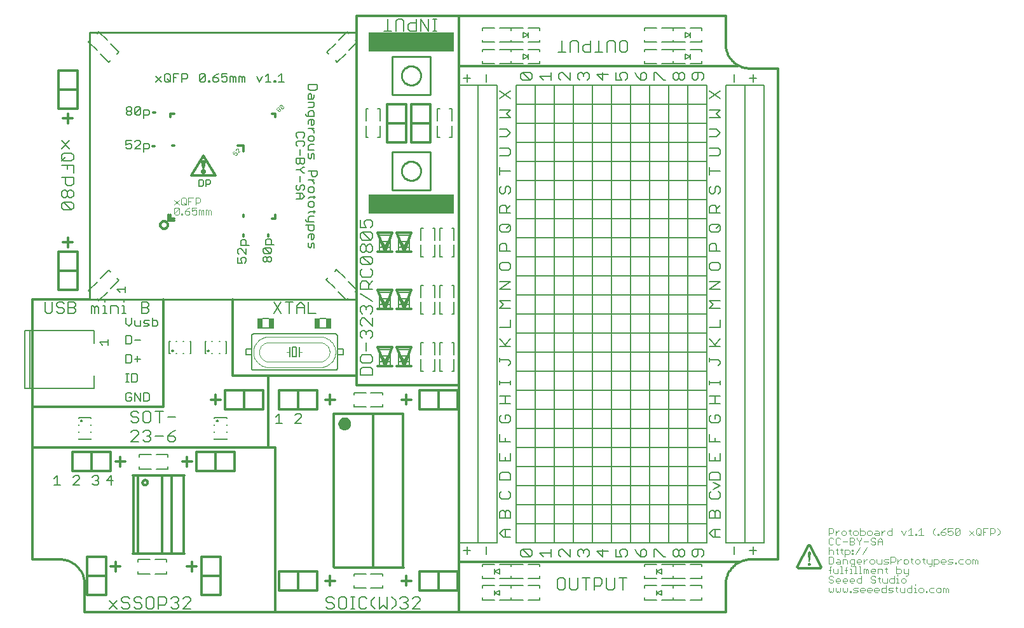
<source format=gto>
G75*
G70*
%OFA0B0*%
%FSLAX24Y24*%
%IPPOS*%
%LPD*%
%AMOC8*
5,1,8,0,0,1.08239X$1,22.5*
%
%ADD10C,0.0120*%
%ADD11C,0.0080*%
%ADD12C,0.0070*%
%ADD13C,0.0060*%
%ADD14C,0.0160*%
%ADD15C,0.0050*%
%ADD16C,0.0030*%
%ADD17C,0.0086*%
%ADD18R,0.4500X0.1000*%
%ADD19R,0.0551X0.0079*%
%ADD20C,0.0020*%
%ADD21R,0.0256X0.0551*%
%ADD22C,0.0100*%
D10*
X006137Y006292D02*
X006208Y006293D01*
X006279Y006291D01*
X006350Y006284D01*
X006420Y006274D01*
X006490Y006260D01*
X006559Y006243D01*
X006627Y006221D01*
X006693Y006196D01*
X006759Y006168D01*
X006822Y006136D01*
X006884Y006100D01*
X006944Y006062D01*
X007001Y006020D01*
X007056Y005975D01*
X007109Y005927D01*
X007159Y005876D01*
X007206Y005823D01*
X007250Y005767D01*
X007291Y005709D01*
X007329Y005649D01*
X007364Y005587D01*
X007395Y005523D01*
X007423Y005457D01*
X007447Y005390D01*
X007467Y005322D01*
X007484Y005253D01*
X007497Y005183D01*
X007506Y005112D01*
X007512Y005042D01*
X007511Y005042D02*
X007511Y003542D01*
X017511Y003542D01*
X027136Y003542D01*
X027136Y006167D01*
X041886Y006167D01*
X042511Y006292D02*
X043886Y006292D01*
X043886Y032042D01*
X042386Y032042D01*
X041761Y032167D02*
X027136Y032167D01*
X027136Y034792D01*
X021761Y034792D01*
X021761Y015917D01*
X017136Y015917D01*
X017136Y012167D01*
X004761Y012167D01*
X004761Y006292D01*
X006136Y006292D01*
X007636Y006417D02*
X007636Y005417D01*
X008636Y005417D01*
X008636Y006417D01*
X007636Y006417D01*
X008886Y005917D02*
X009386Y005917D01*
X009136Y005667D02*
X009136Y006167D01*
X010040Y006614D02*
X012727Y006614D01*
X012688Y006622D02*
X012688Y007622D01*
X012688Y007646D02*
X012688Y008646D01*
X012688Y008670D02*
X012688Y009670D01*
X012688Y009693D02*
X012688Y010693D01*
X012727Y010708D02*
X010040Y010708D01*
X010063Y010693D02*
X010063Y009693D01*
X010063Y009670D02*
X010063Y008670D01*
X010063Y008646D02*
X010063Y007646D01*
X010063Y007622D02*
X010063Y006622D01*
X010313Y006622D02*
X010313Y007622D01*
X010313Y007646D02*
X010313Y008646D01*
X010313Y008670D02*
X010313Y009670D01*
X010313Y009693D02*
X010313Y010693D01*
X010552Y010324D02*
X010554Y010346D01*
X010560Y010368D01*
X010569Y010388D01*
X010582Y010406D01*
X010598Y010422D01*
X010616Y010435D01*
X010636Y010444D01*
X010658Y010450D01*
X010680Y010452D01*
X010702Y010450D01*
X010724Y010444D01*
X010744Y010435D01*
X010762Y010422D01*
X010778Y010406D01*
X010791Y010388D01*
X010800Y010368D01*
X010806Y010346D01*
X010808Y010324D01*
X010806Y010302D01*
X010800Y010280D01*
X010791Y010260D01*
X010778Y010242D01*
X010762Y010226D01*
X010744Y010213D01*
X010724Y010204D01*
X010702Y010198D01*
X010680Y010196D01*
X010658Y010198D01*
X010636Y010204D01*
X010616Y010213D01*
X010598Y010226D01*
X010582Y010242D01*
X010569Y010260D01*
X010560Y010280D01*
X010554Y010302D01*
X010552Y010324D01*
X011563Y010693D02*
X011563Y009693D01*
X011563Y009670D02*
X011563Y008670D01*
X011563Y008646D02*
X011563Y007646D01*
X011563Y007622D02*
X011563Y006622D01*
X012063Y006622D02*
X012063Y007622D01*
X012063Y007646D02*
X012063Y008646D01*
X012063Y008670D02*
X012063Y009670D01*
X012063Y009693D02*
X012063Y010693D01*
X012636Y011417D02*
X013136Y011417D01*
X012886Y011167D02*
X012886Y011667D01*
X013386Y011917D02*
X013386Y010917D01*
X014386Y010917D01*
X014386Y011917D01*
X013386Y011917D01*
X014386Y011917D02*
X015386Y011917D01*
X015386Y010917D01*
X014386Y010917D01*
X017136Y012167D02*
X017511Y012167D01*
X017511Y003542D01*
X017705Y004667D02*
X018705Y004667D01*
X018705Y005667D01*
X017705Y005667D01*
X017705Y004667D01*
X018705Y004667D02*
X019705Y004667D01*
X019705Y005667D01*
X018705Y005667D01*
X020136Y005167D02*
X020636Y005167D01*
X020386Y005417D02*
X020386Y004917D01*
X020589Y005852D02*
X024221Y005852D01*
X024197Y005893D02*
X024197Y006940D01*
X024197Y006893D02*
X024197Y007940D01*
X024197Y007893D02*
X024197Y008940D01*
X024197Y008893D02*
X024197Y009940D01*
X024197Y009893D02*
X024197Y010940D01*
X024197Y010893D02*
X024197Y011940D01*
X024197Y011893D02*
X024197Y012940D01*
X024197Y012893D02*
X024197Y013940D01*
X024136Y013917D02*
X020636Y013917D01*
X020575Y013940D02*
X020575Y012893D01*
X020575Y012940D02*
X020575Y011893D01*
X020575Y011940D02*
X020575Y010893D01*
X020575Y010940D02*
X020575Y009893D01*
X020575Y009940D02*
X020575Y008893D01*
X020575Y008940D02*
X020575Y007893D01*
X020575Y007940D02*
X020575Y006893D01*
X020575Y006940D02*
X020575Y005893D01*
X022636Y005917D02*
X022636Y006917D01*
X022636Y007917D01*
X022636Y008917D01*
X022636Y009917D01*
X022636Y010917D01*
X022636Y011917D01*
X022636Y012917D01*
X022636Y013917D01*
X024136Y014667D02*
X024636Y014667D01*
X024386Y014917D02*
X024386Y014417D01*
X025067Y014167D02*
X026067Y014167D01*
X026067Y015167D01*
X025067Y015167D01*
X025067Y014167D01*
X026067Y014167D02*
X027067Y014167D01*
X027067Y015167D01*
X026067Y015167D01*
X027136Y015417D02*
X021761Y015417D01*
X021761Y015917D01*
X022886Y016417D02*
X023261Y016417D01*
X022886Y017417D01*
X023636Y017417D01*
X023261Y016417D01*
X023636Y016417D01*
X023886Y016417D02*
X024261Y016417D01*
X023886Y017417D01*
X024636Y017417D01*
X024261Y016417D01*
X024636Y016417D01*
X024636Y019417D02*
X024261Y019417D01*
X023886Y020417D01*
X024636Y020417D01*
X024261Y019417D01*
X023886Y019417D01*
X023636Y019417D02*
X023261Y019417D01*
X022886Y020417D01*
X023636Y020417D01*
X023261Y019417D01*
X022886Y019417D01*
X022886Y022417D02*
X023261Y022417D01*
X022886Y023417D01*
X023636Y023417D01*
X023261Y022417D01*
X023636Y022417D01*
X023886Y022417D02*
X024261Y022417D01*
X023886Y023417D01*
X024636Y023417D01*
X024261Y022417D01*
X024636Y022417D01*
X017517Y024161D02*
X017327Y024161D01*
X017517Y024161D02*
X017517Y024351D01*
X017150Y023322D02*
X017150Y023223D01*
X015833Y023219D02*
X015833Y023318D01*
X015834Y024260D02*
X015834Y024351D01*
X014377Y026445D02*
X013098Y026445D01*
X013738Y027469D01*
X014377Y026445D01*
X013674Y026637D02*
X013676Y026652D01*
X013681Y026667D01*
X013690Y026679D01*
X013702Y026690D01*
X013715Y026697D01*
X013730Y026701D01*
X013746Y026701D01*
X013761Y026697D01*
X013774Y026690D01*
X013786Y026679D01*
X013795Y026667D01*
X013800Y026652D01*
X013802Y026637D01*
X013800Y026622D01*
X013795Y026607D01*
X013786Y026595D01*
X013774Y026584D01*
X013761Y026577D01*
X013746Y026573D01*
X013730Y026573D01*
X013715Y026577D01*
X013702Y026584D01*
X013690Y026595D01*
X013681Y026607D01*
X013676Y026622D01*
X013674Y026637D01*
X013738Y026829D02*
X013802Y027149D01*
X013674Y027149D01*
X013738Y026829D01*
X012195Y027990D02*
X012105Y027990D01*
X011168Y027977D02*
X011070Y027977D01*
X012005Y029482D02*
X012005Y029673D01*
X012195Y029673D01*
X011189Y029728D02*
X011090Y029728D01*
X007136Y029917D02*
X007136Y030917D01*
X006136Y030917D01*
X006136Y029917D01*
X007136Y029917D01*
X006636Y029667D02*
X006636Y029167D01*
X006386Y029417D02*
X006886Y029417D01*
X007136Y030917D02*
X007136Y031917D01*
X006136Y031917D01*
X006136Y030917D01*
X015536Y027990D02*
X015834Y027990D01*
X015834Y027691D01*
X017517Y029482D02*
X017517Y029673D01*
X017327Y029673D01*
X023386Y030167D02*
X023386Y029167D01*
X024386Y029167D01*
X024386Y030167D01*
X023386Y030167D01*
X023386Y029167D02*
X023386Y028167D01*
X024386Y028167D01*
X024386Y029167D01*
X024636Y029167D02*
X025636Y029167D01*
X025636Y030167D01*
X024636Y030167D01*
X024636Y029167D01*
X024636Y028167D01*
X025636Y028167D01*
X025636Y029167D01*
X027136Y032167D02*
X027136Y006167D01*
X027067Y005667D02*
X026067Y005667D01*
X026067Y004667D01*
X027067Y004667D01*
X027067Y005667D01*
X026067Y005667D02*
X025067Y005667D01*
X025067Y004667D01*
X026067Y004667D01*
X024636Y005167D02*
X024136Y005167D01*
X024386Y005417D02*
X024386Y004917D01*
X027136Y003542D02*
X041136Y003542D01*
X041136Y005042D01*
X041136Y005041D02*
X041142Y005112D01*
X041151Y005183D01*
X041164Y005253D01*
X041181Y005322D01*
X041201Y005390D01*
X041225Y005457D01*
X041253Y005523D01*
X041284Y005587D01*
X041319Y005649D01*
X041357Y005709D01*
X041398Y005767D01*
X041442Y005823D01*
X041489Y005876D01*
X041539Y005927D01*
X041592Y005975D01*
X041647Y006020D01*
X041704Y006062D01*
X041764Y006100D01*
X041826Y006136D01*
X041889Y006168D01*
X041955Y006196D01*
X042021Y006221D01*
X042089Y006243D01*
X042158Y006260D01*
X042228Y006274D01*
X042298Y006284D01*
X042369Y006291D01*
X042440Y006293D01*
X042512Y006292D01*
X044871Y005894D02*
X045487Y007026D01*
X045536Y007026D01*
X046151Y005894D01*
X046102Y005845D01*
X044921Y005845D01*
X044871Y005894D01*
X020636Y014667D02*
X020136Y014667D01*
X020386Y014917D02*
X020386Y014417D01*
X019705Y014167D02*
X018705Y014167D01*
X018705Y015167D01*
X017705Y015167D01*
X017705Y014167D01*
X018705Y014167D01*
X019705Y014167D02*
X019705Y015167D01*
X018705Y015167D01*
X017136Y015917D02*
X015261Y015917D01*
X015261Y019917D01*
X011636Y019917D02*
X011636Y014292D01*
X004761Y014292D01*
X004761Y012167D01*
X006886Y011917D02*
X006886Y010917D01*
X007886Y010917D01*
X007886Y011917D01*
X006886Y011917D01*
X007886Y011917D02*
X008886Y011917D01*
X008886Y010917D01*
X007886Y010917D01*
X009136Y011417D02*
X009636Y011417D01*
X009386Y011667D02*
X009386Y011167D01*
X004761Y014292D02*
X004761Y019917D01*
X007761Y019917D01*
X007136Y020417D02*
X007136Y021417D01*
X006136Y021417D01*
X006136Y020417D01*
X007136Y020417D01*
X007136Y021417D02*
X007136Y022417D01*
X006136Y022417D01*
X006136Y021417D01*
X006636Y022667D02*
X006636Y023167D01*
X006386Y022917D02*
X006886Y022917D01*
X011478Y023831D02*
X011480Y023858D01*
X011486Y023885D01*
X011495Y023911D01*
X011508Y023935D01*
X011524Y023958D01*
X011543Y023977D01*
X011565Y023994D01*
X011589Y024008D01*
X011614Y024018D01*
X011641Y024025D01*
X011668Y024028D01*
X011696Y024027D01*
X011723Y024022D01*
X011749Y024014D01*
X011773Y024002D01*
X011796Y023986D01*
X011817Y023968D01*
X011834Y023947D01*
X011849Y023923D01*
X011860Y023898D01*
X011868Y023872D01*
X011872Y023845D01*
X011872Y023817D01*
X011868Y023790D01*
X011860Y023764D01*
X011849Y023739D01*
X011834Y023715D01*
X011817Y023694D01*
X011796Y023676D01*
X011774Y023660D01*
X011749Y023648D01*
X011723Y023640D01*
X011696Y023635D01*
X011668Y023634D01*
X011641Y023637D01*
X011614Y023644D01*
X011589Y023654D01*
X011565Y023668D01*
X011543Y023685D01*
X011524Y023704D01*
X011508Y023727D01*
X011495Y023751D01*
X011486Y023777D01*
X011480Y023804D01*
X011478Y023831D01*
X011897Y024053D02*
X012195Y024053D01*
X012195Y024161D02*
X012005Y024161D01*
X012005Y024351D01*
X011897Y024351D02*
X011897Y024053D01*
X014886Y015167D02*
X014886Y014167D01*
X015886Y014167D01*
X015886Y015167D01*
X014886Y015167D01*
X014386Y014917D02*
X014386Y014417D01*
X014636Y014667D02*
X014136Y014667D01*
X015886Y015167D02*
X016886Y015167D01*
X016886Y014167D01*
X015886Y014167D01*
X014636Y006417D02*
X013636Y006417D01*
X013636Y005417D01*
X014636Y005417D01*
X014636Y006417D01*
X014636Y005417D02*
X014636Y004417D01*
X013636Y004417D01*
X013636Y005417D01*
X013386Y005917D02*
X012886Y005917D01*
X013136Y005667D02*
X013136Y006167D01*
X008636Y005417D02*
X008636Y004417D01*
X007636Y004417D01*
X007636Y005417D01*
X041136Y033292D02*
X041136Y034792D01*
X027136Y034792D01*
X041136Y033292D02*
X041138Y033224D01*
X041143Y033157D01*
X041152Y033090D01*
X041165Y033023D01*
X041182Y032958D01*
X041201Y032893D01*
X041225Y032829D01*
X041252Y032767D01*
X041282Y032706D01*
X041315Y032648D01*
X041351Y032591D01*
X041391Y032536D01*
X041433Y032483D01*
X041479Y032432D01*
X041526Y032385D01*
X041577Y032339D01*
X041630Y032297D01*
X041685Y032257D01*
X041742Y032221D01*
X041800Y032188D01*
X041861Y032158D01*
X041923Y032131D01*
X041987Y032107D01*
X042052Y032088D01*
X042117Y032071D01*
X042184Y032058D01*
X042251Y032049D01*
X042318Y032044D01*
X042386Y032042D01*
D11*
X035971Y032985D02*
X035971Y033398D01*
X035868Y033502D01*
X035661Y033502D01*
X035558Y033398D01*
X035558Y032985D01*
X035661Y032881D01*
X035868Y032881D01*
X035971Y032985D01*
X035327Y032881D02*
X035327Y033398D01*
X035223Y033502D01*
X035016Y033502D01*
X034913Y033398D01*
X034913Y032881D01*
X034682Y032881D02*
X034269Y032881D01*
X034475Y032881D02*
X034475Y033502D01*
X034038Y033502D02*
X034038Y032881D01*
X033727Y032881D01*
X033624Y032985D01*
X033624Y033191D01*
X033727Y033295D01*
X034038Y033295D01*
X033393Y033398D02*
X033393Y032881D01*
X032979Y032881D02*
X032979Y033398D01*
X033083Y033502D01*
X033290Y033502D01*
X033393Y033398D01*
X032542Y033502D02*
X032542Y032881D01*
X032749Y032881D02*
X032335Y032881D01*
X025971Y034006D02*
X025764Y034006D01*
X025868Y034006D02*
X025868Y034627D01*
X025971Y034627D02*
X025764Y034627D01*
X025542Y034627D02*
X025542Y034006D01*
X025128Y034627D01*
X025128Y034006D01*
X024897Y034006D02*
X024587Y034006D01*
X024483Y034110D01*
X024483Y034316D01*
X024587Y034420D01*
X024897Y034420D01*
X024897Y034627D02*
X024897Y034006D01*
X024252Y034006D02*
X024252Y034523D01*
X024149Y034627D01*
X023942Y034627D01*
X023839Y034523D01*
X023839Y034006D01*
X023608Y034006D02*
X023194Y034006D01*
X023401Y034006D02*
X023401Y034627D01*
X022493Y024105D02*
X022286Y024105D01*
X022183Y024001D01*
X022183Y023898D01*
X022286Y023691D01*
X021976Y023691D01*
X021976Y024105D01*
X022493Y024105D02*
X022596Y024001D01*
X022596Y023794D01*
X022493Y023691D01*
X022493Y023460D02*
X022079Y023460D01*
X022493Y023046D01*
X022596Y023150D01*
X022596Y023357D01*
X022493Y023460D01*
X022493Y023046D02*
X022079Y023046D01*
X021976Y023150D01*
X021976Y023357D01*
X022079Y023460D01*
X022079Y022816D02*
X022183Y022816D01*
X022286Y022712D01*
X022286Y022505D01*
X022183Y022402D01*
X022079Y022402D01*
X021976Y022505D01*
X021976Y022712D01*
X022079Y022816D01*
X022286Y022712D02*
X022389Y022816D01*
X022493Y022816D01*
X022596Y022712D01*
X022596Y022505D01*
X022493Y022402D01*
X022389Y022402D01*
X022286Y022505D01*
X022079Y022171D02*
X022493Y021757D01*
X022596Y021861D01*
X022596Y022068D01*
X022493Y022171D01*
X022079Y022171D01*
X021976Y022068D01*
X021976Y021861D01*
X022079Y021757D01*
X022493Y021757D01*
X022493Y021527D02*
X022596Y021423D01*
X022596Y021216D01*
X022493Y021113D01*
X022079Y021113D01*
X021976Y021216D01*
X021976Y021423D01*
X022079Y021527D01*
X022079Y020882D02*
X022286Y020882D01*
X022389Y020779D01*
X022389Y020468D01*
X022596Y020468D02*
X021976Y020468D01*
X021976Y020779D01*
X022079Y020882D01*
X022389Y020675D02*
X022596Y020882D01*
X021976Y020238D02*
X022596Y019824D01*
X022493Y019593D02*
X022596Y019490D01*
X022596Y019283D01*
X022493Y019179D01*
X022596Y018948D02*
X022596Y018535D01*
X022183Y018948D01*
X022079Y018948D01*
X021976Y018845D01*
X021976Y018638D01*
X022079Y018535D01*
X022079Y018304D02*
X022183Y018304D01*
X022286Y018201D01*
X022389Y018304D01*
X022493Y018304D01*
X022596Y018201D01*
X022596Y017994D01*
X022493Y017890D01*
X022286Y018097D02*
X022286Y018201D01*
X022079Y018304D02*
X021976Y018201D01*
X021976Y017994D01*
X022079Y017890D01*
X022286Y017659D02*
X022286Y017246D01*
X022079Y017015D02*
X021976Y016911D01*
X021976Y016705D01*
X022079Y016601D01*
X022493Y016601D01*
X022596Y016705D01*
X022596Y016911D01*
X022493Y017015D01*
X022079Y017015D01*
X022079Y016370D02*
X021976Y016267D01*
X021976Y015957D01*
X022596Y015957D01*
X022596Y016267D01*
X022493Y016370D01*
X022079Y016370D01*
X022079Y019179D02*
X021976Y019283D01*
X021976Y019490D01*
X022079Y019593D01*
X022183Y019593D01*
X022286Y019490D01*
X022389Y019593D01*
X022493Y019593D01*
X022286Y019490D02*
X022286Y019386D01*
X019636Y019207D02*
X019249Y019207D01*
X019249Y019787D01*
X019029Y019594D02*
X019029Y019207D01*
X019029Y019497D02*
X018642Y019497D01*
X018642Y019594D02*
X018642Y019207D01*
X018642Y019594D02*
X018835Y019787D01*
X019029Y019594D01*
X018421Y019787D02*
X018034Y019787D01*
X018227Y019787D02*
X018227Y019207D01*
X017813Y019207D02*
X017426Y019787D01*
X017813Y019787D02*
X017426Y019207D01*
X010877Y019303D02*
X010781Y019207D01*
X010490Y019207D01*
X010490Y019787D01*
X010781Y019787D01*
X010877Y019690D01*
X010877Y019594D01*
X010781Y019497D01*
X010490Y019497D01*
X010781Y019497D02*
X010877Y019400D01*
X010877Y019303D01*
X009671Y019207D02*
X009478Y019207D01*
X009574Y019207D02*
X009574Y019594D01*
X009478Y019594D01*
X009574Y019787D02*
X009574Y019884D01*
X009257Y019497D02*
X009160Y019594D01*
X008870Y019594D01*
X008870Y019207D01*
X008658Y019207D02*
X008465Y019207D01*
X008562Y019207D02*
X008562Y019594D01*
X008465Y019594D01*
X008562Y019787D02*
X008562Y019884D01*
X008244Y019497D02*
X008147Y019594D01*
X008051Y019497D01*
X008051Y019207D01*
X008244Y019207D02*
X008244Y019497D01*
X008051Y019497D02*
X007954Y019594D01*
X007857Y019594D01*
X007857Y019207D01*
X007029Y019303D02*
X006932Y019207D01*
X006642Y019207D01*
X006642Y019787D01*
X006932Y019787D01*
X007029Y019690D01*
X007029Y019594D01*
X006932Y019497D01*
X006642Y019497D01*
X006421Y019400D02*
X006421Y019303D01*
X006324Y019207D01*
X006131Y019207D01*
X006034Y019303D01*
X006131Y019497D02*
X006324Y019497D01*
X006421Y019400D01*
X006421Y019690D02*
X006324Y019787D01*
X006131Y019787D01*
X006034Y019690D01*
X006034Y019594D01*
X006131Y019497D01*
X005813Y019303D02*
X005813Y019787D01*
X005426Y019787D02*
X005426Y019303D01*
X005523Y019207D01*
X005716Y019207D01*
X005813Y019303D01*
X006932Y019497D02*
X007029Y019400D01*
X007029Y019303D01*
X009257Y019207D02*
X009257Y019497D01*
X010030Y014077D02*
X009926Y013974D01*
X009926Y013870D01*
X010030Y013767D01*
X010236Y013767D01*
X010340Y013664D01*
X010340Y013560D01*
X010236Y013457D01*
X010030Y013457D01*
X009926Y013560D01*
X010030Y014077D02*
X010236Y014077D01*
X010340Y013974D01*
X010571Y013974D02*
X010571Y013560D01*
X010674Y013457D01*
X010881Y013457D01*
X010984Y013560D01*
X010984Y013974D01*
X010881Y014077D01*
X010674Y014077D01*
X010571Y013974D01*
X011215Y014077D02*
X011629Y014077D01*
X011422Y014077D02*
X011422Y013457D01*
X011860Y013767D02*
X012273Y013767D01*
X012273Y013077D02*
X012067Y012974D01*
X011860Y012767D01*
X012170Y012767D01*
X012273Y012664D01*
X012273Y012560D01*
X012170Y012457D01*
X011963Y012457D01*
X011860Y012560D01*
X011860Y012767D01*
X011629Y012767D02*
X011215Y012767D01*
X010984Y012870D02*
X010881Y012767D01*
X010984Y012664D01*
X010984Y012560D01*
X010881Y012457D01*
X010674Y012457D01*
X010571Y012560D01*
X010340Y012457D02*
X009926Y012457D01*
X010340Y012870D01*
X010340Y012974D01*
X010236Y013077D01*
X010030Y013077D01*
X009926Y012974D01*
X010571Y012974D02*
X010674Y013077D01*
X010881Y013077D01*
X010984Y012974D01*
X010984Y012870D01*
X010881Y012767D02*
X010778Y012767D01*
X010838Y004327D02*
X010735Y004224D01*
X010735Y003810D01*
X010838Y003707D01*
X011045Y003707D01*
X011148Y003810D01*
X011148Y004224D01*
X011045Y004327D01*
X010838Y004327D01*
X010504Y004224D02*
X010401Y004327D01*
X010194Y004327D01*
X010090Y004224D01*
X010090Y004120D01*
X010194Y004017D01*
X010401Y004017D01*
X010504Y003914D01*
X010504Y003810D01*
X010401Y003707D01*
X010194Y003707D01*
X010090Y003810D01*
X009859Y003810D02*
X009756Y003707D01*
X009549Y003707D01*
X009446Y003810D01*
X009549Y004017D02*
X009446Y004120D01*
X009446Y004224D01*
X009549Y004327D01*
X009756Y004327D01*
X009859Y004224D01*
X009756Y004017D02*
X009859Y003914D01*
X009859Y003810D01*
X009756Y004017D02*
X009549Y004017D01*
X009215Y004120D02*
X008801Y003707D01*
X008801Y004120D02*
X009215Y003707D01*
X011379Y003707D02*
X011379Y004327D01*
X011690Y004327D01*
X011793Y004224D01*
X011793Y004017D01*
X011690Y003914D01*
X011379Y003914D01*
X012024Y003810D02*
X012127Y003707D01*
X012334Y003707D01*
X012438Y003810D01*
X012438Y003914D01*
X012334Y004017D01*
X012231Y004017D01*
X012334Y004017D02*
X012438Y004120D01*
X012438Y004224D01*
X012334Y004327D01*
X012127Y004327D01*
X012024Y004224D01*
X012668Y004224D02*
X012772Y004327D01*
X012979Y004327D01*
X013082Y004224D01*
X013082Y004120D01*
X012668Y003707D01*
X013082Y003707D01*
X020176Y003810D02*
X020280Y003707D01*
X020486Y003707D01*
X020590Y003810D01*
X020590Y003914D01*
X020486Y004017D01*
X020280Y004017D01*
X020176Y004120D01*
X020176Y004224D01*
X020280Y004327D01*
X020486Y004327D01*
X020590Y004224D01*
X020821Y004224D02*
X020821Y003810D01*
X020924Y003707D01*
X021131Y003707D01*
X021234Y003810D01*
X021234Y004224D01*
X021131Y004327D01*
X020924Y004327D01*
X020821Y004224D01*
X021465Y004327D02*
X021672Y004327D01*
X021569Y004327D02*
X021569Y003707D01*
X021672Y003707D02*
X021465Y003707D01*
X021895Y003810D02*
X021998Y003707D01*
X022205Y003707D01*
X022309Y003810D01*
X022539Y003914D02*
X022746Y003707D01*
X022969Y003707D02*
X023176Y003914D01*
X023383Y003707D01*
X023383Y004327D01*
X023614Y004327D02*
X023821Y004120D01*
X023821Y003914D01*
X023614Y003707D01*
X024043Y003810D02*
X024147Y003707D01*
X024354Y003707D01*
X024457Y003810D01*
X024457Y003914D01*
X024354Y004017D01*
X024250Y004017D01*
X024354Y004017D02*
X024457Y004120D01*
X024457Y004224D01*
X024354Y004327D01*
X024147Y004327D01*
X024043Y004224D01*
X024688Y004224D02*
X024791Y004327D01*
X024998Y004327D01*
X025102Y004224D01*
X025102Y004120D01*
X024688Y003707D01*
X025102Y003707D01*
X022969Y003707D02*
X022969Y004327D01*
X022746Y004327D02*
X022539Y004120D01*
X022539Y003914D01*
X022309Y004224D02*
X022205Y004327D01*
X021998Y004327D01*
X021895Y004224D01*
X021895Y003810D01*
X032301Y004810D02*
X032405Y004707D01*
X032611Y004707D01*
X032715Y004810D01*
X032715Y005224D01*
X032611Y005327D01*
X032405Y005327D01*
X032301Y005224D01*
X032301Y004810D01*
X032946Y004810D02*
X032946Y005327D01*
X033359Y005327D02*
X033359Y004810D01*
X033256Y004707D01*
X033049Y004707D01*
X032946Y004810D01*
X033797Y004707D02*
X033797Y005327D01*
X033590Y005327D02*
X034004Y005327D01*
X034235Y005327D02*
X034545Y005327D01*
X034648Y005224D01*
X034648Y005017D01*
X034545Y004914D01*
X034235Y004914D01*
X034235Y004707D02*
X034235Y005327D01*
X034879Y005327D02*
X034879Y004810D01*
X034983Y004707D01*
X035190Y004707D01*
X035293Y004810D01*
X035293Y005327D01*
X035524Y005327D02*
X035938Y005327D01*
X035731Y005327D02*
X035731Y004707D01*
X006922Y024719D02*
X006818Y024615D01*
X006405Y025029D01*
X006301Y024926D01*
X006301Y024719D01*
X006405Y024615D01*
X006818Y024615D01*
X006922Y024719D02*
X006922Y024926D01*
X006818Y025029D01*
X006405Y025029D01*
X006405Y025260D02*
X006301Y025363D01*
X006301Y025570D01*
X006405Y025674D01*
X006508Y025674D01*
X006611Y025570D01*
X006611Y025363D01*
X006508Y025260D01*
X006405Y025260D01*
X006611Y025363D02*
X006715Y025260D01*
X006818Y025260D01*
X006922Y025363D01*
X006922Y025570D01*
X006818Y025674D01*
X006715Y025674D01*
X006611Y025570D01*
X006611Y025904D02*
X006508Y026008D01*
X006508Y026318D01*
X006301Y026318D02*
X006922Y026318D01*
X006922Y026008D01*
X006818Y025904D01*
X006611Y025904D01*
X006922Y026549D02*
X006922Y026963D01*
X006301Y026963D01*
X006301Y027194D02*
X006508Y027400D01*
X006405Y027194D02*
X006301Y027297D01*
X006301Y027504D01*
X006405Y027607D01*
X006818Y027607D01*
X006922Y027504D01*
X006922Y027297D01*
X006818Y027194D01*
X006405Y027194D01*
X006611Y026963D02*
X006611Y026756D01*
X006715Y027838D02*
X006301Y028252D01*
X006715Y028252D02*
X006301Y027838D01*
D12*
X027359Y031524D02*
X027753Y031524D01*
X027556Y031720D02*
X027556Y031327D01*
X028556Y031327D02*
X028556Y031720D01*
X029261Y030849D02*
X029851Y030456D01*
X029851Y030849D02*
X029261Y030456D01*
X029261Y029849D02*
X029851Y029849D01*
X029654Y029652D01*
X029851Y029456D01*
X029261Y029456D01*
X029261Y028849D02*
X029654Y028849D01*
X029851Y028652D01*
X029654Y028456D01*
X029261Y028456D01*
X029261Y027849D02*
X029753Y027849D01*
X029851Y027751D01*
X029851Y027554D01*
X029753Y027456D01*
X029261Y027456D01*
X029261Y026849D02*
X029261Y026456D01*
X029261Y026652D02*
X029851Y026652D01*
X029753Y025849D02*
X029851Y025751D01*
X029851Y025554D01*
X029753Y025456D01*
X029556Y025554D02*
X029556Y025751D01*
X029654Y025849D01*
X029753Y025849D01*
X029556Y025554D02*
X029458Y025456D01*
X029359Y025456D01*
X029261Y025554D01*
X029261Y025751D01*
X029359Y025849D01*
X029359Y024849D02*
X029556Y024849D01*
X029654Y024751D01*
X029654Y024456D01*
X029654Y024652D02*
X029851Y024849D01*
X029851Y024456D02*
X029261Y024456D01*
X029261Y024751D01*
X029359Y024849D01*
X029359Y023849D02*
X029753Y023849D01*
X029851Y023751D01*
X029851Y023554D01*
X029753Y023456D01*
X029359Y023456D01*
X029261Y023554D01*
X029261Y023751D01*
X029359Y023849D01*
X029654Y023652D02*
X029851Y023849D01*
X029556Y022849D02*
X029654Y022751D01*
X029654Y022456D01*
X029851Y022456D02*
X029261Y022456D01*
X029261Y022751D01*
X029359Y022849D01*
X029556Y022849D01*
X029359Y021849D02*
X029261Y021751D01*
X029261Y021554D01*
X029359Y021456D01*
X029753Y021456D01*
X029851Y021554D01*
X029851Y021751D01*
X029753Y021849D01*
X029359Y021849D01*
X029261Y020849D02*
X029851Y020849D01*
X029261Y020456D01*
X029851Y020456D01*
X029851Y019849D02*
X029261Y019849D01*
X029458Y019652D01*
X029261Y019456D01*
X029851Y019456D01*
X029851Y018849D02*
X029851Y018456D01*
X029261Y018456D01*
X029261Y017849D02*
X029654Y017456D01*
X029556Y017554D02*
X029851Y017849D01*
X029851Y017456D02*
X029261Y017456D01*
X029261Y016849D02*
X029261Y016652D01*
X029261Y016751D02*
X029753Y016751D01*
X029851Y016652D01*
X029851Y016554D01*
X029753Y016456D01*
X029851Y015652D02*
X029851Y015456D01*
X029851Y015554D02*
X029261Y015554D01*
X029261Y015456D02*
X029261Y015652D01*
X029261Y014849D02*
X029851Y014849D01*
X029556Y014849D02*
X029556Y014456D01*
X029851Y014456D02*
X029261Y014456D01*
X029359Y013849D02*
X029261Y013751D01*
X029261Y013554D01*
X029359Y013456D01*
X029753Y013456D01*
X029851Y013554D01*
X029851Y013751D01*
X029753Y013849D01*
X029556Y013849D01*
X029556Y013652D01*
X029261Y012849D02*
X029261Y012456D01*
X029851Y012456D01*
X029556Y012456D02*
X029556Y012652D01*
X029261Y011849D02*
X029261Y011456D01*
X029851Y011456D01*
X029851Y011849D01*
X029556Y011652D02*
X029556Y011456D01*
X029359Y010849D02*
X029261Y010751D01*
X029261Y010456D01*
X029851Y010456D01*
X029851Y010751D01*
X029753Y010849D01*
X029359Y010849D01*
X029359Y009849D02*
X029261Y009751D01*
X029261Y009554D01*
X029359Y009456D01*
X029753Y009456D01*
X029851Y009554D01*
X029851Y009751D01*
X029753Y009849D01*
X029753Y008849D02*
X029851Y008751D01*
X029851Y008456D01*
X029261Y008456D01*
X029261Y008751D01*
X029359Y008849D01*
X029458Y008849D01*
X029556Y008751D01*
X029556Y008456D01*
X029556Y008751D02*
X029654Y008849D01*
X029753Y008849D01*
X029851Y007849D02*
X029458Y007849D01*
X029261Y007652D01*
X029458Y007456D01*
X029851Y007456D01*
X029556Y007456D02*
X029556Y007849D01*
X028556Y006970D02*
X028556Y006577D01*
X027753Y006774D02*
X027359Y006774D01*
X027556Y006970D02*
X027556Y006577D01*
X030386Y006543D02*
X030386Y006740D01*
X030484Y006838D01*
X030878Y006445D01*
X030976Y006543D01*
X030976Y006740D01*
X030878Y006838D01*
X030484Y006838D01*
X030386Y006543D02*
X030484Y006445D01*
X030878Y006445D01*
X031386Y006642D02*
X031976Y006642D01*
X031976Y006838D02*
X031976Y006445D01*
X031583Y006445D02*
X031386Y006642D01*
X032386Y006740D02*
X032386Y006543D01*
X032484Y006445D01*
X032386Y006740D02*
X032484Y006838D01*
X032583Y006838D01*
X032976Y006445D01*
X032976Y006838D01*
X033386Y006740D02*
X033484Y006838D01*
X033583Y006838D01*
X033681Y006740D01*
X033779Y006838D01*
X033878Y006838D01*
X033976Y006740D01*
X033976Y006543D01*
X033878Y006445D01*
X033681Y006642D02*
X033681Y006740D01*
X033386Y006740D02*
X033386Y006543D01*
X033484Y006445D01*
X034386Y006740D02*
X034681Y006445D01*
X034681Y006838D01*
X034976Y006740D02*
X034386Y006740D01*
X035386Y006838D02*
X035386Y006445D01*
X035681Y006445D01*
X035583Y006642D01*
X035583Y006740D01*
X035681Y006838D01*
X035878Y006838D01*
X035976Y006740D01*
X035976Y006543D01*
X035878Y006445D01*
X036484Y006642D02*
X036386Y006838D01*
X036484Y006642D02*
X036681Y006445D01*
X036681Y006740D01*
X036779Y006838D01*
X036878Y006838D01*
X036976Y006740D01*
X036976Y006543D01*
X036878Y006445D01*
X036681Y006445D01*
X037386Y006445D02*
X037386Y006838D01*
X037484Y006838D01*
X037878Y006445D01*
X037976Y006445D01*
X038386Y006543D02*
X038386Y006740D01*
X038484Y006838D01*
X038583Y006838D01*
X038681Y006740D01*
X038681Y006543D01*
X038583Y006445D01*
X038484Y006445D01*
X038386Y006543D01*
X038681Y006543D02*
X038779Y006445D01*
X038878Y006445D01*
X038976Y006543D01*
X038976Y006740D01*
X038878Y006838D01*
X038779Y006838D01*
X038681Y006740D01*
X039386Y006740D02*
X039484Y006838D01*
X039878Y006838D01*
X039976Y006740D01*
X039976Y006543D01*
X039878Y006445D01*
X039681Y006543D02*
X039681Y006838D01*
X039681Y006543D02*
X039583Y006445D01*
X039484Y006445D01*
X039386Y006543D01*
X039386Y006740D01*
X040261Y007652D02*
X040458Y007456D01*
X040851Y007456D01*
X040556Y007456D02*
X040556Y007849D01*
X040458Y007849D02*
X040851Y007849D01*
X040458Y007849D02*
X040261Y007652D01*
X040261Y008456D02*
X040261Y008751D01*
X040359Y008849D01*
X040458Y008849D01*
X040556Y008751D01*
X040556Y008456D01*
X040556Y008751D02*
X040654Y008849D01*
X040753Y008849D01*
X040851Y008751D01*
X040851Y008456D01*
X040261Y008456D01*
X040359Y009456D02*
X040753Y009456D01*
X040851Y009554D01*
X040851Y009751D01*
X040753Y009849D01*
X040458Y009952D02*
X040851Y010149D01*
X040458Y010345D01*
X040261Y010456D02*
X040261Y010751D01*
X040359Y010849D01*
X040753Y010849D01*
X040851Y010751D01*
X040851Y010456D01*
X040261Y010456D01*
X040359Y009849D02*
X040261Y009751D01*
X040261Y009554D01*
X040359Y009456D01*
X040261Y011456D02*
X040851Y011456D01*
X040851Y011849D01*
X040556Y011652D02*
X040556Y011456D01*
X040261Y011456D02*
X040261Y011849D01*
X040261Y012456D02*
X040261Y012849D01*
X040556Y012652D02*
X040556Y012456D01*
X040851Y012456D02*
X040261Y012456D01*
X040359Y013456D02*
X040753Y013456D01*
X040851Y013554D01*
X040851Y013751D01*
X040753Y013849D01*
X040556Y013849D01*
X040556Y013652D01*
X040359Y013456D02*
X040261Y013554D01*
X040261Y013751D01*
X040359Y013849D01*
X040261Y014456D02*
X040851Y014456D01*
X040556Y014456D02*
X040556Y014849D01*
X040261Y014849D02*
X040851Y014849D01*
X040851Y015456D02*
X040851Y015652D01*
X040851Y015554D02*
X040261Y015554D01*
X040261Y015456D02*
X040261Y015652D01*
X040753Y016456D02*
X040851Y016554D01*
X040851Y016652D01*
X040753Y016751D01*
X040261Y016751D01*
X040261Y016849D02*
X040261Y016652D01*
X040261Y017456D02*
X040851Y017456D01*
X040654Y017456D02*
X040261Y017849D01*
X040556Y017554D02*
X040851Y017849D01*
X040851Y018456D02*
X040261Y018456D01*
X040851Y018456D02*
X040851Y018849D01*
X040851Y019456D02*
X040261Y019456D01*
X040458Y019652D01*
X040261Y019849D01*
X040851Y019849D01*
X040851Y020456D02*
X040261Y020456D01*
X040851Y020849D01*
X040261Y020849D01*
X040359Y021456D02*
X040753Y021456D01*
X040851Y021554D01*
X040851Y021751D01*
X040753Y021849D01*
X040359Y021849D01*
X040261Y021751D01*
X040261Y021554D01*
X040359Y021456D01*
X040261Y022456D02*
X040261Y022751D01*
X040359Y022849D01*
X040556Y022849D01*
X040654Y022751D01*
X040654Y022456D01*
X040851Y022456D02*
X040261Y022456D01*
X040359Y023456D02*
X040261Y023554D01*
X040261Y023751D01*
X040359Y023849D01*
X040753Y023849D01*
X040851Y023751D01*
X040851Y023554D01*
X040753Y023456D01*
X040359Y023456D01*
X040654Y023652D02*
X040851Y023849D01*
X040851Y024456D02*
X040261Y024456D01*
X040261Y024751D01*
X040359Y024849D01*
X040556Y024849D01*
X040654Y024751D01*
X040654Y024456D01*
X040654Y024652D02*
X040851Y024849D01*
X040753Y025456D02*
X040851Y025554D01*
X040851Y025751D01*
X040753Y025849D01*
X040654Y025849D01*
X040556Y025751D01*
X040556Y025554D01*
X040458Y025456D01*
X040359Y025456D01*
X040261Y025554D01*
X040261Y025751D01*
X040359Y025849D01*
X040261Y026456D02*
X040261Y026849D01*
X040261Y026652D02*
X040851Y026652D01*
X040753Y027456D02*
X040851Y027554D01*
X040851Y027751D01*
X040753Y027849D01*
X040261Y027849D01*
X040261Y027456D02*
X040753Y027456D01*
X040654Y028456D02*
X040851Y028652D01*
X040654Y028849D01*
X040261Y028849D01*
X040261Y028456D02*
X040654Y028456D01*
X040851Y029456D02*
X040261Y029456D01*
X040261Y029849D02*
X040851Y029849D01*
X040654Y029652D01*
X040851Y029456D01*
X040851Y030456D02*
X040261Y030849D01*
X040261Y030456D02*
X040851Y030849D01*
X041556Y031327D02*
X041556Y031720D01*
X042359Y031524D02*
X042753Y031524D01*
X042556Y031720D02*
X042556Y031327D01*
X039976Y031542D02*
X039878Y031444D01*
X039976Y031542D02*
X039976Y031739D01*
X039878Y031837D01*
X039484Y031837D01*
X039386Y031739D01*
X039386Y031542D01*
X039484Y031444D01*
X039583Y031444D01*
X039681Y031542D01*
X039681Y031837D01*
X038976Y031739D02*
X038976Y031542D01*
X038878Y031444D01*
X038779Y031444D01*
X038681Y031542D01*
X038681Y031739D01*
X038779Y031837D01*
X038878Y031837D01*
X038976Y031739D01*
X038681Y031739D02*
X038583Y031837D01*
X038484Y031837D01*
X038386Y031739D01*
X038386Y031542D01*
X038484Y031444D01*
X038583Y031444D01*
X038681Y031542D01*
X037976Y031444D02*
X037878Y031444D01*
X037484Y031837D01*
X037386Y031837D01*
X037386Y031444D01*
X036976Y031542D02*
X036878Y031444D01*
X036681Y031444D01*
X036681Y031739D01*
X036779Y031837D01*
X036878Y031837D01*
X036976Y031739D01*
X036976Y031542D01*
X036681Y031444D02*
X036484Y031641D01*
X036386Y031837D01*
X035976Y031739D02*
X035976Y031542D01*
X035878Y031444D01*
X035681Y031444D02*
X035583Y031641D01*
X035583Y031739D01*
X035681Y031837D01*
X035878Y031837D01*
X035976Y031739D01*
X035681Y031444D02*
X035386Y031444D01*
X035386Y031837D01*
X034976Y031739D02*
X034386Y031739D01*
X034681Y031444D01*
X034681Y031837D01*
X033976Y031739D02*
X033976Y031542D01*
X033878Y031444D01*
X033681Y031641D02*
X033681Y031739D01*
X033779Y031837D01*
X033878Y031837D01*
X033976Y031739D01*
X033681Y031739D02*
X033583Y031837D01*
X033484Y031837D01*
X033386Y031739D01*
X033386Y031542D01*
X033484Y031444D01*
X032976Y031444D02*
X032583Y031837D01*
X032484Y031837D01*
X032386Y031739D01*
X032386Y031542D01*
X032484Y031444D01*
X032976Y031444D02*
X032976Y031837D01*
X031976Y031837D02*
X031976Y031444D01*
X031976Y031641D02*
X031386Y031641D01*
X031583Y031444D01*
X030976Y031542D02*
X030878Y031444D01*
X030484Y031837D01*
X030878Y031837D01*
X030976Y031739D01*
X030976Y031542D01*
X030878Y031444D02*
X030484Y031444D01*
X030386Y031542D01*
X030386Y031739D01*
X030484Y031837D01*
X041556Y006970D02*
X041556Y006577D01*
X042359Y006774D02*
X042753Y006774D01*
X042556Y006970D02*
X042556Y006577D01*
D13*
X024537Y016523D02*
X024537Y017310D01*
X023986Y017310D01*
X023986Y016523D01*
X024261Y016720D02*
X024419Y016956D01*
X024104Y016956D01*
X024261Y016720D01*
X023537Y016523D02*
X023537Y017310D01*
X022986Y017310D01*
X022986Y016523D01*
X023261Y016720D02*
X023419Y016956D01*
X023104Y016956D01*
X023261Y016720D01*
X021061Y017017D02*
X021061Y017317D01*
X020761Y017317D01*
X020761Y017617D02*
X020761Y016717D01*
X020761Y016317D01*
X020759Y016300D01*
X020755Y016283D01*
X020748Y016267D01*
X020738Y016253D01*
X020725Y016240D01*
X020711Y016230D01*
X020695Y016223D01*
X020678Y016219D01*
X020661Y016217D01*
X016361Y016217D01*
X016344Y016219D01*
X016327Y016223D01*
X016311Y016230D01*
X016297Y016240D01*
X016284Y016253D01*
X016274Y016267D01*
X016267Y016283D01*
X016263Y016300D01*
X016261Y016317D01*
X016261Y016717D01*
X016261Y017017D01*
X015961Y017017D01*
X015961Y017317D01*
X016261Y017317D01*
X016261Y017617D01*
X016261Y018017D01*
X016263Y018034D01*
X016267Y018051D01*
X016274Y018067D01*
X016284Y018081D01*
X016297Y018094D01*
X016311Y018104D01*
X016327Y018111D01*
X016344Y018115D01*
X016361Y018117D01*
X020661Y018117D01*
X020678Y018115D01*
X020695Y018111D01*
X020711Y018104D01*
X020725Y018094D01*
X020738Y018081D01*
X020748Y018067D01*
X020755Y018051D01*
X020759Y018034D01*
X020761Y018017D01*
X020761Y017617D01*
X020761Y017017D02*
X021061Y017017D01*
X018761Y016917D02*
X018761Y017167D01*
X018761Y017417D01*
X018611Y017417D02*
X018411Y017417D01*
X018411Y016917D01*
X018611Y016917D01*
X018611Y017417D01*
X018261Y017417D02*
X018261Y017167D01*
X018261Y016917D01*
X016261Y017017D02*
X016261Y017317D01*
X014946Y017098D02*
X014909Y017098D01*
X014946Y017098D02*
X014946Y017736D01*
X014909Y017736D01*
X014592Y017736D02*
X014555Y017736D01*
X014218Y017736D02*
X014181Y017736D01*
X013863Y017736D02*
X013826Y017736D01*
X013826Y017098D01*
X013863Y017098D01*
X013954Y017240D02*
X013956Y017252D01*
X013961Y017263D01*
X013970Y017272D01*
X013981Y017277D01*
X013993Y017279D01*
X014005Y017277D01*
X014016Y017272D01*
X014025Y017263D01*
X014030Y017252D01*
X014032Y017240D01*
X014030Y017228D01*
X014025Y017217D01*
X014016Y017208D01*
X014005Y017203D01*
X013993Y017201D01*
X013981Y017203D01*
X013970Y017208D01*
X013961Y017217D01*
X013956Y017228D01*
X013954Y017240D01*
X014181Y017098D02*
X014218Y017098D01*
X014555Y017098D02*
X014592Y017098D01*
X013071Y017098D02*
X013034Y017098D01*
X013071Y017098D02*
X013071Y017736D01*
X013034Y017736D01*
X012717Y017736D02*
X012680Y017736D01*
X012343Y017736D02*
X012306Y017736D01*
X011988Y017736D02*
X011951Y017736D01*
X011951Y017098D01*
X011988Y017098D01*
X012079Y017240D02*
X012081Y017252D01*
X012086Y017263D01*
X012095Y017272D01*
X012106Y017277D01*
X012118Y017279D01*
X012130Y017277D01*
X012141Y017272D01*
X012150Y017263D01*
X012155Y017252D01*
X012157Y017240D01*
X012155Y017228D01*
X012150Y017217D01*
X012141Y017208D01*
X012130Y017203D01*
X012118Y017201D01*
X012106Y017203D01*
X012095Y017208D01*
X012086Y017217D01*
X012081Y017228D01*
X012079Y017240D01*
X012306Y017098D02*
X012343Y017098D01*
X012680Y017098D02*
X012717Y017098D01*
X011278Y018521D02*
X011058Y018521D01*
X011058Y018962D01*
X011058Y018815D02*
X011278Y018815D01*
X011352Y018742D01*
X011352Y018595D01*
X011278Y018521D01*
X010891Y018595D02*
X010818Y018668D01*
X010671Y018668D01*
X010598Y018742D01*
X010671Y018815D01*
X010891Y018815D01*
X010891Y018595D02*
X010818Y018521D01*
X010598Y018521D01*
X010431Y018521D02*
X010431Y018815D01*
X010431Y018521D02*
X010211Y018521D01*
X010137Y018595D01*
X010137Y018815D01*
X009971Y018668D02*
X009971Y018962D01*
X009971Y018668D02*
X009824Y018521D01*
X009677Y018668D01*
X009677Y018962D01*
X009677Y018024D02*
X009897Y018024D01*
X009971Y017951D01*
X009971Y017657D01*
X009897Y017584D01*
X009677Y017584D01*
X009677Y018024D01*
X010137Y017804D02*
X010431Y017804D01*
X010284Y016951D02*
X010284Y016657D01*
X010137Y016804D02*
X010431Y016804D01*
X009971Y016657D02*
X009971Y016951D01*
X009897Y017024D01*
X009677Y017024D01*
X009677Y016584D01*
X009897Y016584D01*
X009971Y016657D01*
X009984Y016024D02*
X010204Y016024D01*
X010278Y015951D01*
X010278Y015657D01*
X010204Y015584D01*
X009984Y015584D01*
X009984Y016024D01*
X009824Y016024D02*
X009677Y016024D01*
X009750Y016024D02*
X009750Y015584D01*
X009677Y015584D02*
X009824Y015584D01*
X009897Y015024D02*
X009750Y015024D01*
X009677Y014951D01*
X009677Y014657D01*
X009750Y014584D01*
X009897Y014584D01*
X009971Y014657D01*
X009971Y014804D01*
X009824Y014804D01*
X009971Y014951D02*
X009897Y015024D01*
X010137Y015024D02*
X010431Y014584D01*
X010431Y015024D01*
X010598Y015024D02*
X010818Y015024D01*
X010891Y014951D01*
X010891Y014657D01*
X010818Y014584D01*
X010598Y014584D01*
X010598Y015024D01*
X010137Y015024D02*
X010137Y014584D01*
X008002Y015276D02*
X007077Y015276D01*
X006132Y015276D01*
X004912Y015276D01*
X004636Y015276D01*
X004380Y015276D01*
X004380Y018307D01*
X004636Y018307D01*
X004912Y018307D01*
X006132Y018307D01*
X007077Y018307D01*
X008002Y018307D01*
X008002Y018032D01*
X008002Y017638D01*
X008002Y015945D02*
X008002Y015552D01*
X008002Y015276D01*
X007830Y013727D02*
X007192Y013727D01*
X007192Y013690D01*
X007295Y013560D02*
X007297Y013572D01*
X007302Y013583D01*
X007311Y013592D01*
X007322Y013597D01*
X007334Y013599D01*
X007346Y013597D01*
X007357Y013592D01*
X007366Y013583D01*
X007371Y013572D01*
X007373Y013560D01*
X007371Y013548D01*
X007366Y013537D01*
X007357Y013528D01*
X007346Y013523D01*
X007334Y013521D01*
X007322Y013523D01*
X007311Y013528D01*
X007302Y013537D01*
X007297Y013548D01*
X007295Y013560D01*
X007192Y013372D02*
X007192Y013335D01*
X007192Y012998D02*
X007192Y012961D01*
X007192Y012644D02*
X007192Y012607D01*
X007830Y012607D01*
X007830Y012644D01*
X007830Y012961D02*
X007830Y012998D01*
X007830Y013335D02*
X007830Y013372D01*
X007830Y013690D02*
X007830Y013727D01*
X004636Y015276D02*
X004636Y018307D01*
X009211Y020450D02*
X009651Y020450D01*
X009651Y020303D02*
X009651Y020597D01*
X009358Y020303D02*
X009211Y020450D01*
X015541Y021844D02*
X015761Y021844D01*
X015688Y021991D01*
X015688Y022064D01*
X015761Y022138D01*
X015908Y022138D01*
X015981Y022064D01*
X015981Y021917D01*
X015908Y021844D01*
X015541Y021844D02*
X015541Y022138D01*
X015615Y022304D02*
X015541Y022378D01*
X015541Y022524D01*
X015615Y022598D01*
X015688Y022598D01*
X015981Y022304D01*
X015981Y022598D01*
X015981Y022765D02*
X015981Y022985D01*
X015908Y023058D01*
X015761Y023058D01*
X015688Y022985D01*
X015688Y022765D01*
X016128Y022765D01*
X016864Y022562D02*
X016864Y022415D01*
X016938Y022342D01*
X017231Y022342D01*
X016938Y022635D01*
X017231Y022635D01*
X017305Y022562D01*
X017305Y022415D01*
X017231Y022342D01*
X017231Y022175D02*
X017305Y022102D01*
X017305Y021955D01*
X017231Y021882D01*
X017158Y021882D01*
X017084Y021955D01*
X017084Y022102D01*
X017158Y022175D01*
X017231Y022175D01*
X017084Y022102D02*
X017011Y022175D01*
X016938Y022175D01*
X016864Y022102D01*
X016864Y021955D01*
X016938Y021882D01*
X017011Y021882D01*
X017084Y021955D01*
X016864Y022562D02*
X016938Y022635D01*
X017011Y022802D02*
X017011Y023022D01*
X017084Y023096D01*
X017231Y023096D01*
X017305Y023022D01*
X017305Y022802D01*
X017451Y022802D02*
X017011Y022802D01*
X019251Y022912D02*
X019251Y022692D01*
X019325Y022618D01*
X019398Y022692D01*
X019398Y022838D01*
X019471Y022912D01*
X019545Y022838D01*
X019545Y022618D01*
X019471Y023078D02*
X019398Y023078D01*
X019398Y023372D01*
X019325Y023372D02*
X019471Y023372D01*
X019545Y023299D01*
X019545Y023152D01*
X019471Y023078D01*
X019251Y023152D02*
X019251Y023299D01*
X019325Y023372D01*
X019325Y023539D02*
X019251Y023612D01*
X019251Y023832D01*
X019105Y023832D02*
X019545Y023832D01*
X019545Y023612D01*
X019471Y023539D01*
X019325Y023539D01*
X019251Y023999D02*
X019251Y024219D01*
X019325Y024293D01*
X019545Y024293D01*
X019545Y024453D02*
X019545Y024600D01*
X019618Y024526D02*
X019325Y024526D01*
X019251Y024453D01*
X019325Y024766D02*
X019471Y024766D01*
X019545Y024840D01*
X019545Y024987D01*
X019471Y025060D01*
X019325Y025060D01*
X019251Y024987D01*
X019251Y024840D01*
X019325Y024766D01*
X019251Y025220D02*
X019325Y025294D01*
X019618Y025294D01*
X019545Y025367D02*
X019545Y025220D01*
X019471Y025534D02*
X019545Y025607D01*
X019545Y025754D01*
X019471Y025827D01*
X019325Y025827D01*
X019251Y025754D01*
X019251Y025607D01*
X019325Y025534D01*
X019471Y025534D01*
X019545Y025991D02*
X019545Y026064D01*
X019398Y026211D01*
X019251Y026211D02*
X019545Y026211D01*
X019618Y026378D02*
X019471Y026378D01*
X019398Y026451D01*
X019398Y026671D01*
X019251Y026671D02*
X019692Y026671D01*
X019692Y026451D01*
X019618Y026378D01*
X019037Y026569D02*
X018964Y026569D01*
X018817Y026716D01*
X018597Y026716D01*
X018817Y026716D02*
X018964Y026863D01*
X019037Y026863D01*
X018964Y027029D02*
X018890Y027029D01*
X018817Y027103D01*
X018817Y027323D01*
X018817Y027490D02*
X018817Y027783D01*
X018670Y027950D02*
X018597Y028023D01*
X018597Y028170D01*
X018670Y028244D01*
X018964Y028244D01*
X019037Y028170D01*
X019037Y028023D01*
X018964Y027950D01*
X019251Y027979D02*
X019251Y027759D01*
X019545Y027759D01*
X019471Y027592D02*
X019545Y027519D01*
X019545Y027298D01*
X019398Y027372D02*
X019398Y027519D01*
X019471Y027592D01*
X019251Y027592D02*
X019251Y027372D01*
X019325Y027298D01*
X019398Y027372D01*
X019037Y027323D02*
X019037Y027103D01*
X018964Y027029D01*
X018817Y027103D02*
X018744Y027029D01*
X018670Y027029D01*
X018597Y027103D01*
X018597Y027323D01*
X019037Y027323D01*
X019251Y027979D02*
X019325Y028052D01*
X019545Y028052D01*
X019471Y028219D02*
X019545Y028292D01*
X019545Y028439D01*
X019471Y028513D01*
X019325Y028513D01*
X019251Y028439D01*
X019251Y028292D01*
X019325Y028219D01*
X019471Y028219D01*
X019545Y028676D02*
X019545Y028749D01*
X019398Y028896D01*
X019251Y028896D02*
X019545Y028896D01*
X019471Y029063D02*
X019545Y029136D01*
X019545Y029283D01*
X019471Y029357D01*
X019325Y029357D01*
X019251Y029283D01*
X019251Y029136D01*
X019398Y029063D02*
X019398Y029357D01*
X019251Y029523D02*
X019251Y029744D01*
X019325Y029817D01*
X019471Y029817D01*
X019545Y029744D01*
X019545Y029523D01*
X019178Y029523D01*
X019105Y029597D01*
X019105Y029670D01*
X019251Y029984D02*
X019471Y029984D01*
X019545Y030057D01*
X019545Y030277D01*
X019251Y030277D01*
X019251Y030444D02*
X019251Y030664D01*
X019325Y030738D01*
X019398Y030664D01*
X019398Y030444D01*
X019471Y030444D02*
X019251Y030444D01*
X019471Y030444D02*
X019545Y030518D01*
X019545Y030664D01*
X019618Y030904D02*
X019325Y030904D01*
X019251Y030978D01*
X019251Y031198D01*
X019692Y031198D01*
X019692Y030978D01*
X019618Y030904D01*
X017974Y031336D02*
X017680Y031336D01*
X017827Y031336D02*
X017827Y031777D01*
X017680Y031630D01*
X017524Y031410D02*
X017524Y031336D01*
X017450Y031336D01*
X017450Y031410D01*
X017524Y031410D01*
X017283Y031336D02*
X016990Y031336D01*
X017137Y031336D02*
X017137Y031777D01*
X016990Y031630D01*
X016823Y031630D02*
X016676Y031336D01*
X016530Y031630D01*
X015902Y031556D02*
X015902Y031336D01*
X015756Y031336D02*
X015756Y031556D01*
X015829Y031630D01*
X015902Y031556D01*
X015756Y031556D02*
X015682Y031630D01*
X015609Y031630D01*
X015609Y031336D01*
X015442Y031336D02*
X015442Y031556D01*
X015369Y031630D01*
X015295Y031556D01*
X015295Y031336D01*
X015148Y031336D02*
X015148Y031630D01*
X015222Y031630D01*
X015295Y031556D01*
X014982Y031556D02*
X014982Y031410D01*
X014908Y031336D01*
X014761Y031336D01*
X014688Y031410D01*
X014688Y031556D02*
X014835Y031630D01*
X014908Y031630D01*
X014982Y031556D01*
X014982Y031777D02*
X014688Y031777D01*
X014688Y031556D01*
X014521Y031483D02*
X014448Y031556D01*
X014228Y031556D01*
X014228Y031410D01*
X014301Y031336D01*
X014448Y031336D01*
X014521Y031410D01*
X014521Y031483D01*
X014375Y031703D02*
X014228Y031556D01*
X014375Y031703D02*
X014521Y031777D01*
X014071Y031410D02*
X014071Y031336D01*
X013998Y031336D01*
X013998Y031410D01*
X014071Y031410D01*
X013831Y031410D02*
X013831Y031703D01*
X013537Y031410D01*
X013611Y031336D01*
X013757Y031336D01*
X013831Y031410D01*
X013831Y031703D02*
X013757Y031777D01*
X013611Y031777D01*
X013537Y031703D01*
X013537Y031410D01*
X012910Y031556D02*
X012837Y031483D01*
X012617Y031483D01*
X012617Y031336D02*
X012617Y031777D01*
X012837Y031777D01*
X012910Y031703D01*
X012910Y031556D01*
X012450Y031777D02*
X012156Y031777D01*
X012156Y031336D01*
X011989Y031336D02*
X011843Y031483D01*
X011989Y031410D02*
X011916Y031336D01*
X011769Y031336D01*
X011696Y031410D01*
X011696Y031703D01*
X011769Y031777D01*
X011916Y031777D01*
X011989Y031703D01*
X011989Y031410D01*
X012156Y031556D02*
X012303Y031556D01*
X011529Y031630D02*
X011235Y031336D01*
X011235Y031630D02*
X011529Y031336D01*
X010372Y030024D02*
X010445Y029951D01*
X010152Y029657D01*
X010225Y029584D01*
X010372Y029584D01*
X010445Y029657D01*
X010445Y029951D01*
X010372Y030024D02*
X010225Y030024D01*
X010152Y029951D01*
X010152Y029657D01*
X009985Y029657D02*
X009911Y029584D01*
X009765Y029584D01*
X009691Y029657D01*
X009691Y029730D01*
X009765Y029804D01*
X009911Y029804D01*
X009985Y029730D01*
X009985Y029657D01*
X009911Y029804D02*
X009985Y029877D01*
X009985Y029951D01*
X009911Y030024D01*
X009765Y030024D01*
X009691Y029951D01*
X009691Y029877D01*
X009765Y029804D01*
X010612Y029877D02*
X010612Y029437D01*
X010612Y029584D02*
X010832Y029584D01*
X010906Y029657D01*
X010906Y029804D01*
X010832Y029877D01*
X010612Y029877D01*
X010361Y028260D02*
X010214Y028260D01*
X010141Y028186D01*
X009974Y028260D02*
X009680Y028260D01*
X009680Y028039D01*
X009827Y028113D01*
X009901Y028113D01*
X009974Y028039D01*
X009974Y027893D01*
X009901Y027819D01*
X009754Y027819D01*
X009680Y027893D01*
X010141Y027819D02*
X010434Y028113D01*
X010434Y028186D01*
X010361Y028260D01*
X010601Y028113D02*
X010821Y028113D01*
X010895Y028039D01*
X010895Y027893D01*
X010821Y027819D01*
X010601Y027819D01*
X010601Y027672D02*
X010601Y028113D01*
X010434Y027819D02*
X010141Y027819D01*
X018597Y028484D02*
X018670Y028410D01*
X018597Y028484D02*
X018597Y028631D01*
X018670Y028704D01*
X018964Y028704D01*
X019037Y028631D01*
X019037Y028484D01*
X018964Y028410D01*
X019398Y029063D02*
X019471Y029063D01*
X018817Y026402D02*
X018817Y026109D01*
X018890Y025942D02*
X018817Y025868D01*
X018817Y025722D01*
X018744Y025648D01*
X018670Y025648D01*
X018597Y025722D01*
X018597Y025868D01*
X018670Y025942D01*
X018890Y025942D02*
X018964Y025942D01*
X019037Y025868D01*
X019037Y025722D01*
X018964Y025648D01*
X018890Y025481D02*
X019037Y025335D01*
X018890Y025188D01*
X018597Y025188D01*
X018817Y025188D02*
X018817Y025481D01*
X018890Y025481D02*
X018597Y025481D01*
X019105Y024146D02*
X019105Y024073D01*
X019178Y023999D01*
X019545Y023999D01*
X022986Y023310D02*
X022986Y022523D01*
X023261Y022720D02*
X023419Y022956D01*
X023104Y022956D01*
X023261Y022720D01*
X023537Y022523D02*
X023537Y023310D01*
X022986Y023310D01*
X023986Y023310D02*
X024537Y023310D01*
X024537Y022523D01*
X024261Y022720D02*
X024419Y022956D01*
X024104Y022956D01*
X024261Y022720D01*
X023986Y022523D02*
X023986Y023310D01*
X023986Y020310D02*
X024537Y020310D01*
X024537Y019523D01*
X024261Y019720D02*
X024419Y019956D01*
X024104Y019956D01*
X024261Y019720D01*
X023986Y019523D02*
X023986Y020310D01*
X023537Y020310D02*
X023537Y019523D01*
X023261Y019720D02*
X023419Y019956D01*
X023104Y019956D01*
X023261Y019720D01*
X022986Y019523D02*
X022986Y020310D01*
X023537Y020310D01*
X018791Y013947D02*
X018625Y013947D01*
X018541Y013864D01*
X018791Y013947D02*
X018875Y013864D01*
X018875Y013780D01*
X018541Y013447D01*
X018875Y013447D01*
X017875Y013447D02*
X017541Y013447D01*
X017708Y013447D02*
X017708Y013947D01*
X017541Y013780D01*
X014955Y013727D02*
X014955Y013690D01*
X014955Y013727D02*
X014317Y013727D01*
X014317Y013690D01*
X014420Y013560D02*
X014422Y013572D01*
X014427Y013583D01*
X014436Y013592D01*
X014447Y013597D01*
X014459Y013599D01*
X014471Y013597D01*
X014482Y013592D01*
X014491Y013583D01*
X014496Y013572D01*
X014498Y013560D01*
X014496Y013548D01*
X014491Y013537D01*
X014482Y013528D01*
X014471Y013523D01*
X014459Y013521D01*
X014447Y013523D01*
X014436Y013528D01*
X014427Y013537D01*
X014422Y013548D01*
X014420Y013560D01*
X014317Y013372D02*
X014317Y013335D01*
X014317Y012998D02*
X014317Y012961D01*
X014317Y012644D02*
X014317Y012607D01*
X014955Y012607D01*
X014955Y012644D01*
X014955Y012961D02*
X014955Y012998D01*
X014955Y013335D02*
X014955Y013372D01*
X009000Y010447D02*
X008666Y010447D01*
X008916Y010697D01*
X008916Y010197D01*
X008250Y010280D02*
X008166Y010197D01*
X008000Y010197D01*
X007916Y010280D01*
X008083Y010447D02*
X008166Y010447D01*
X008250Y010363D01*
X008250Y010280D01*
X008166Y010447D02*
X008250Y010530D01*
X008250Y010614D01*
X008166Y010697D01*
X008000Y010697D01*
X007916Y010614D01*
X007250Y010614D02*
X007166Y010697D01*
X007000Y010697D01*
X006916Y010614D01*
X007250Y010614D02*
X007250Y010530D01*
X006916Y010197D01*
X007250Y010197D01*
X006250Y010197D02*
X005916Y010197D01*
X006083Y010197D02*
X006083Y010697D01*
X005916Y010530D01*
D14*
X020891Y013368D02*
X020886Y013417D01*
X020891Y013465D01*
X020905Y013512D01*
X020928Y013556D01*
X020959Y013593D01*
X020997Y013625D01*
X021041Y013648D01*
X021087Y013662D01*
X021136Y013667D01*
X021185Y013662D01*
X021232Y013648D01*
X021275Y013625D01*
X021313Y013593D01*
X021344Y013556D01*
X021367Y013512D01*
X021381Y013465D01*
X021386Y013417D01*
X021381Y013368D01*
X021367Y013321D01*
X021344Y013278D01*
X021313Y013240D01*
X021275Y013209D01*
X021232Y013186D01*
X021185Y013171D01*
X021136Y013167D01*
X021087Y013171D01*
X021041Y013186D01*
X020997Y013209D01*
X020959Y013240D01*
X020928Y013278D01*
X020905Y013321D01*
X020891Y013368D01*
X020887Y013405D02*
X021385Y013405D01*
X021338Y013563D02*
X020935Y013563D01*
X020954Y013246D02*
X021318Y013246D01*
D15*
X021636Y014292D02*
X021636Y014417D01*
X021636Y014292D02*
X022261Y014292D01*
X022511Y014292D02*
X023136Y014292D01*
X023136Y014417D01*
X023136Y014917D02*
X023136Y015042D01*
X022511Y015042D01*
X022261Y015042D02*
X021636Y015042D01*
X021636Y014917D01*
X019705Y015167D02*
X019705Y014167D01*
X018705Y014167D01*
X018705Y015167D01*
X019705Y015167D01*
X018705Y015167D02*
X017705Y015167D01*
X017705Y014167D01*
X018705Y014167D01*
X016886Y014167D02*
X016886Y015167D01*
X015886Y015167D01*
X015886Y014167D01*
X014886Y014167D01*
X014886Y015167D01*
X015886Y015167D01*
X015886Y014167D02*
X016886Y014167D01*
X015386Y011917D02*
X014386Y011917D01*
X014386Y010917D01*
X013386Y010917D01*
X013386Y011917D01*
X014386Y011917D01*
X015386Y011917D02*
X015386Y010917D01*
X014386Y010917D01*
X011886Y011042D02*
X011886Y011167D01*
X011886Y011042D02*
X011261Y011042D01*
X011011Y011042D02*
X010386Y011042D01*
X010386Y011167D01*
X010386Y011667D02*
X010386Y011792D01*
X011011Y011792D01*
X011261Y011792D02*
X011886Y011792D01*
X011886Y011667D01*
X008886Y011917D02*
X008886Y010917D01*
X007886Y010917D01*
X007886Y011917D01*
X008886Y011917D01*
X007886Y011917D02*
X006886Y011917D01*
X006886Y010917D01*
X007886Y010917D01*
X007636Y006417D02*
X008636Y006417D01*
X008636Y005417D01*
X007636Y005417D01*
X007636Y006417D01*
X007636Y005417D02*
X007636Y004417D01*
X008636Y004417D01*
X008636Y005417D01*
X010313Y005542D02*
X010313Y005667D01*
X010313Y005542D02*
X010938Y005542D01*
X011188Y005542D02*
X011813Y005542D01*
X011813Y005667D01*
X011813Y006167D02*
X011813Y006292D01*
X011188Y006292D01*
X010938Y006292D02*
X010313Y006292D01*
X010313Y006167D01*
X013636Y006417D02*
X013636Y005417D01*
X014636Y005417D01*
X014636Y004417D01*
X013636Y004417D01*
X013636Y005417D01*
X014636Y005417D02*
X014636Y006417D01*
X013636Y006417D01*
X017705Y005667D02*
X017705Y004667D01*
X018705Y004667D01*
X018705Y005667D01*
X019705Y005667D01*
X019705Y004667D01*
X018705Y004667D01*
X018705Y005667D02*
X017705Y005667D01*
X021636Y005542D02*
X021636Y005417D01*
X021636Y005542D02*
X022261Y005542D01*
X022511Y005542D02*
X023136Y005542D01*
X023136Y005417D01*
X023136Y004917D02*
X023136Y004792D01*
X022511Y004792D01*
X022261Y004792D02*
X021636Y004792D01*
X021636Y004917D01*
X025067Y004667D02*
X025067Y005667D01*
X026067Y005667D01*
X026067Y004667D01*
X025067Y004667D01*
X026067Y004667D02*
X027067Y004667D01*
X027067Y005667D01*
X026067Y005667D01*
X027136Y007167D02*
X027136Y031167D01*
X028136Y031167D01*
X028136Y007167D01*
X027136Y007167D01*
X028136Y007167D02*
X029136Y007167D01*
X029136Y031167D01*
X028136Y031167D01*
X028386Y032292D02*
X029011Y032292D01*
X029261Y032292D02*
X029886Y032292D01*
X030511Y032292D01*
X030511Y032542D02*
X030511Y032792D01*
X030761Y032667D01*
X030511Y032542D01*
X030761Y032542D02*
X030761Y032792D01*
X030761Y033042D02*
X031386Y033042D01*
X031386Y032917D01*
X031386Y032417D02*
X031386Y032292D01*
X030761Y032292D01*
X030511Y033042D02*
X029886Y033042D01*
X029886Y032917D01*
X029886Y033042D02*
X029261Y033042D01*
X029011Y033042D02*
X028386Y033042D01*
X028386Y032917D01*
X028386Y032417D02*
X028386Y032292D01*
X028386Y033417D02*
X029011Y033417D01*
X029261Y033417D02*
X029886Y033417D01*
X030511Y033417D01*
X030511Y033667D02*
X030511Y033917D01*
X030761Y033792D01*
X030511Y033667D01*
X030761Y033667D02*
X030761Y033917D01*
X030761Y034167D02*
X031386Y034167D01*
X031386Y034042D01*
X031386Y033542D02*
X031386Y033417D01*
X030761Y033417D01*
X030511Y034167D02*
X029886Y034167D01*
X029886Y034042D01*
X029886Y034167D02*
X029261Y034167D01*
X029011Y034167D02*
X028386Y034167D01*
X028386Y034042D01*
X028386Y033542D02*
X028386Y033417D01*
X029886Y033417D02*
X029886Y033542D01*
X029886Y032417D02*
X029886Y032292D01*
X030136Y031167D02*
X040136Y031167D01*
X040136Y030167D01*
X030136Y030167D01*
X030136Y031167D01*
X031136Y031167D02*
X031136Y007167D01*
X030136Y007167D02*
X030136Y008167D01*
X040136Y008167D01*
X040136Y009167D01*
X030136Y009167D01*
X030136Y010167D01*
X040136Y010167D01*
X040136Y011167D01*
X030136Y011167D01*
X030136Y012167D01*
X040136Y012167D01*
X040136Y013167D01*
X030136Y013167D01*
X030136Y014167D01*
X040136Y014167D01*
X040136Y015167D01*
X030136Y015167D01*
X030136Y016167D01*
X040136Y016167D01*
X040136Y017167D01*
X030136Y017167D01*
X030136Y018167D01*
X040136Y018167D01*
X040136Y019167D01*
X030136Y019167D01*
X030136Y020167D01*
X040136Y020167D01*
X040136Y021167D01*
X030136Y021167D01*
X030136Y022167D01*
X040136Y022167D01*
X040136Y023167D01*
X030136Y023167D01*
X030136Y024167D01*
X040136Y024167D01*
X040136Y025167D01*
X030136Y025167D01*
X030136Y026167D01*
X040136Y026167D01*
X040136Y027167D01*
X030136Y027167D01*
X030136Y028167D01*
X040136Y028167D01*
X040136Y029167D01*
X030136Y029167D01*
X030136Y030167D01*
X030136Y029167D02*
X030136Y028167D01*
X030136Y027167D02*
X030136Y026167D01*
X030136Y025167D02*
X030136Y024167D01*
X030136Y023167D02*
X030136Y022167D01*
X030136Y021167D02*
X030136Y020167D01*
X030136Y019167D02*
X030136Y018167D01*
X030136Y017167D02*
X030136Y016167D01*
X030136Y015167D02*
X030136Y014167D01*
X030136Y013167D02*
X030136Y012167D01*
X030136Y011167D02*
X030136Y010167D01*
X030136Y009167D02*
X030136Y008167D01*
X030136Y007167D02*
X040136Y007167D01*
X040136Y008167D01*
X039136Y007167D02*
X039136Y031167D01*
X038136Y031167D02*
X038136Y007167D01*
X037136Y007167D02*
X037136Y031167D01*
X036136Y031167D02*
X036136Y007167D01*
X035136Y007167D02*
X035136Y031167D01*
X034136Y031167D02*
X034136Y007167D01*
X033136Y007167D02*
X033136Y031167D01*
X032136Y031167D02*
X032136Y007167D01*
X031386Y006042D02*
X030761Y006042D01*
X030511Y006042D02*
X029886Y006042D01*
X029261Y006042D01*
X029011Y006042D02*
X028386Y006042D01*
X028386Y005917D01*
X028386Y005417D02*
X028386Y005292D01*
X029011Y005292D01*
X029011Y005542D02*
X029011Y005792D01*
X029011Y005667D02*
X029261Y005542D01*
X029261Y005792D01*
X029011Y005667D01*
X029261Y005292D02*
X029886Y005292D01*
X029886Y005417D01*
X029886Y005292D02*
X030511Y005292D01*
X030761Y005292D02*
X031386Y005292D01*
X031386Y005417D01*
X031386Y005917D02*
X031386Y006042D01*
X031386Y004917D02*
X030761Y004917D01*
X030511Y004917D02*
X029886Y004917D01*
X029261Y004917D01*
X029011Y004917D02*
X028386Y004917D01*
X028386Y004792D01*
X028386Y004292D02*
X028386Y004167D01*
X029011Y004167D01*
X029011Y004417D02*
X029011Y004667D01*
X029011Y004542D02*
X029261Y004417D01*
X029261Y004667D01*
X029011Y004542D01*
X029261Y004167D02*
X029886Y004167D01*
X029886Y004292D01*
X029886Y004167D02*
X030511Y004167D01*
X030761Y004167D02*
X031386Y004167D01*
X031386Y004292D01*
X031386Y004792D02*
X031386Y004917D01*
X029886Y004917D02*
X029886Y004792D01*
X029886Y005917D02*
X029886Y006042D01*
X036886Y006042D02*
X036886Y005917D01*
X036886Y006042D02*
X037511Y006042D01*
X037761Y006042D02*
X038386Y006042D01*
X039011Y006042D01*
X039261Y006042D02*
X039886Y006042D01*
X039886Y005917D01*
X039886Y005417D02*
X039886Y005292D01*
X039261Y005292D01*
X039011Y005292D02*
X038386Y005292D01*
X037761Y005292D01*
X037761Y005542D02*
X037761Y005792D01*
X037511Y005667D01*
X037761Y005542D01*
X037511Y005542D02*
X037511Y005792D01*
X037511Y005292D02*
X036886Y005292D01*
X036886Y005417D01*
X036886Y004917D02*
X037511Y004917D01*
X037761Y004917D02*
X038386Y004917D01*
X039011Y004917D01*
X039261Y004917D02*
X039886Y004917D01*
X039886Y004792D01*
X039886Y004292D02*
X039886Y004167D01*
X039261Y004167D01*
X039011Y004167D02*
X038386Y004167D01*
X037761Y004167D01*
X037761Y004417D02*
X037761Y004667D01*
X037511Y004542D01*
X037761Y004417D01*
X037511Y004417D02*
X037511Y004667D01*
X037511Y004167D02*
X036886Y004167D01*
X036886Y004292D01*
X036886Y004792D02*
X036886Y004917D01*
X038386Y004917D02*
X038386Y004792D01*
X038386Y004292D02*
X038386Y004167D01*
X038386Y005292D02*
X038386Y005417D01*
X038386Y005917D02*
X038386Y006042D01*
X041136Y007167D02*
X041136Y031167D01*
X042136Y031167D01*
X043136Y031167D01*
X043136Y007167D01*
X042136Y007167D01*
X042136Y031167D01*
X040136Y030167D02*
X040136Y029167D01*
X040136Y028167D02*
X040136Y027167D01*
X040136Y026167D02*
X040136Y025167D01*
X040136Y024167D02*
X040136Y023167D01*
X040136Y022167D02*
X040136Y021167D01*
X040136Y020167D02*
X040136Y019167D01*
X040136Y018167D02*
X040136Y017167D01*
X040136Y016167D02*
X040136Y015167D01*
X040136Y014167D02*
X040136Y013167D01*
X040136Y012167D02*
X040136Y011167D01*
X040136Y010167D02*
X040136Y009167D01*
X041136Y007167D02*
X042136Y007167D01*
X045462Y006632D02*
X045511Y006189D01*
X045560Y006632D01*
X045462Y006632D01*
X045463Y006621D02*
X045559Y006621D01*
X045560Y006632D02*
X045558Y006645D01*
X045553Y006656D01*
X045546Y006667D01*
X045536Y006674D01*
X045524Y006679D01*
X045511Y006681D01*
X045498Y006679D01*
X045487Y006674D01*
X045476Y006667D01*
X045469Y006656D01*
X045464Y006645D01*
X045462Y006632D01*
X045469Y006572D02*
X045554Y006572D01*
X045548Y006523D02*
X045474Y006523D01*
X045479Y006475D02*
X045543Y006475D01*
X045538Y006426D02*
X045485Y006426D01*
X045490Y006378D02*
X045532Y006378D01*
X045527Y006329D02*
X045496Y006329D01*
X045501Y006281D02*
X045521Y006281D01*
X045516Y006232D02*
X045506Y006232D01*
X045462Y006042D02*
X045464Y006055D01*
X045469Y006067D01*
X045478Y006078D01*
X045488Y006086D01*
X045501Y006090D01*
X045514Y006091D01*
X045527Y006088D01*
X045539Y006082D01*
X045549Y006073D01*
X045556Y006062D01*
X045560Y006049D01*
X045560Y006035D01*
X045556Y006022D01*
X045549Y006011D01*
X045539Y006002D01*
X045527Y005996D01*
X045514Y005993D01*
X045501Y005994D01*
X045488Y005998D01*
X045478Y006006D01*
X045469Y006017D01*
X045464Y006029D01*
X045462Y006042D01*
X027067Y014167D02*
X026067Y014167D01*
X026067Y015167D01*
X027067Y015167D01*
X027067Y014167D01*
X026067Y014167D02*
X025067Y014167D01*
X025067Y015167D01*
X026067Y015167D01*
X026136Y016167D02*
X026136Y016792D01*
X026136Y017042D02*
X026136Y017667D01*
X026261Y017667D01*
X025886Y017667D02*
X025761Y017667D01*
X025886Y017667D02*
X025886Y017042D01*
X025886Y016792D02*
X025886Y016167D01*
X025761Y016167D01*
X026136Y016167D02*
X026261Y016167D01*
X026761Y016167D02*
X026886Y016167D01*
X026886Y016792D01*
X026886Y017042D02*
X026886Y017667D01*
X026761Y017667D01*
X025261Y017667D02*
X025136Y017667D01*
X025136Y017042D01*
X025136Y016792D02*
X025136Y016167D01*
X025261Y016167D01*
X025261Y019167D02*
X025136Y019167D01*
X025136Y019792D01*
X025136Y020042D02*
X025136Y020667D01*
X025261Y020667D01*
X025761Y020667D02*
X025886Y020667D01*
X025886Y020042D01*
X026136Y020042D02*
X026136Y020667D01*
X026261Y020667D01*
X026761Y020667D02*
X026886Y020667D01*
X026886Y020042D01*
X026886Y019792D02*
X026886Y019167D01*
X026761Y019167D01*
X026261Y019167D02*
X026136Y019167D01*
X026136Y019792D01*
X025886Y019792D02*
X025886Y019167D01*
X025761Y019167D01*
X021776Y020432D02*
X021688Y020343D01*
X021776Y020432D02*
X021334Y020874D01*
X021158Y021051D02*
X020716Y021492D01*
X020627Y021404D01*
X020274Y021051D02*
X020185Y020962D01*
X020627Y020520D01*
X020804Y020343D02*
X021246Y019901D01*
X021334Y019990D01*
X020173Y018917D02*
X019850Y018917D01*
X019850Y018417D02*
X020173Y018417D01*
X017173Y018417D02*
X016850Y018417D01*
X016850Y018917D02*
X017173Y018917D01*
X009307Y020932D02*
X009218Y021020D01*
X009307Y020932D02*
X008865Y020490D01*
X008688Y020313D02*
X008246Y019871D01*
X008158Y019960D01*
X007804Y020313D02*
X007716Y020401D01*
X008158Y020843D01*
X008334Y021020D02*
X008776Y021462D01*
X008865Y021374D01*
X007136Y021417D02*
X007136Y022417D01*
X006136Y022417D01*
X006136Y021417D01*
X007136Y021417D01*
X007136Y020417D01*
X006136Y020417D01*
X006136Y021417D01*
X008303Y017688D02*
X008753Y017688D01*
X008753Y017838D02*
X008753Y017537D01*
X008453Y017537D02*
X008303Y017688D01*
X013489Y025860D02*
X013664Y025860D01*
X013722Y025918D01*
X013722Y026152D01*
X013664Y026210D01*
X013489Y026210D01*
X013489Y025860D01*
X013857Y025860D02*
X013857Y026210D01*
X014032Y026210D01*
X014091Y026152D01*
X014091Y026035D01*
X014032Y025977D01*
X013857Y025977D01*
X007136Y029917D02*
X006136Y029917D01*
X006136Y030917D01*
X007136Y030917D01*
X007136Y029917D01*
X007136Y030917D02*
X007136Y031917D01*
X006136Y031917D01*
X006136Y030917D01*
X008158Y032990D02*
X007716Y033432D01*
X007804Y033520D01*
X008158Y033874D02*
X008246Y033962D01*
X008688Y033520D01*
X008865Y033343D02*
X009307Y032901D01*
X009218Y032813D01*
X008865Y032460D02*
X008776Y032371D01*
X008334Y032813D01*
X020216Y032901D02*
X020658Y033343D01*
X020834Y033520D02*
X021276Y033962D01*
X021365Y033874D01*
X021718Y033520D02*
X021807Y033432D01*
X021365Y032990D01*
X021188Y032813D02*
X020746Y032371D01*
X020658Y032460D01*
X020304Y032813D02*
X020216Y032901D01*
X023386Y030167D02*
X023386Y029167D01*
X024386Y029167D01*
X024386Y028167D01*
X023386Y028167D01*
X023386Y029167D01*
X023011Y029292D02*
X023011Y029917D01*
X022886Y029917D01*
X022386Y029917D02*
X022261Y029917D01*
X022261Y029292D01*
X022261Y029042D02*
X022261Y028417D01*
X022386Y028417D01*
X022886Y028417D02*
X023011Y028417D01*
X023011Y029042D01*
X024386Y029167D02*
X024386Y030167D01*
X023386Y030167D01*
X024636Y030167D02*
X024636Y029167D01*
X025636Y029167D01*
X025636Y028167D01*
X024636Y028167D01*
X024636Y029167D01*
X025636Y029167D02*
X025636Y030167D01*
X024636Y030167D01*
X026011Y029917D02*
X026011Y029292D01*
X026011Y029042D02*
X026011Y028417D01*
X026136Y028417D01*
X026636Y028417D02*
X026761Y028417D01*
X026761Y029042D01*
X026761Y029292D02*
X026761Y029917D01*
X026636Y029917D01*
X026136Y029917D02*
X026011Y029917D01*
X025886Y023667D02*
X025761Y023667D01*
X025886Y023667D02*
X025886Y023042D01*
X026136Y023042D02*
X026136Y023667D01*
X026261Y023667D01*
X026761Y023667D02*
X026886Y023667D01*
X026886Y023042D01*
X026886Y022792D02*
X026886Y022167D01*
X026761Y022167D01*
X026261Y022167D02*
X026136Y022167D01*
X026136Y022792D01*
X025886Y022792D02*
X025886Y022167D01*
X025761Y022167D01*
X025261Y022167D02*
X025136Y022167D01*
X025136Y022792D01*
X025136Y023042D02*
X025136Y023667D01*
X025261Y023667D01*
X036886Y032292D02*
X037511Y032292D01*
X037761Y032292D02*
X038386Y032292D01*
X039011Y032292D01*
X039011Y032542D02*
X039011Y032792D01*
X039261Y032667D01*
X039011Y032542D01*
X039261Y032542D02*
X039261Y032792D01*
X039261Y033042D02*
X039886Y033042D01*
X039886Y032917D01*
X039886Y032417D02*
X039886Y032292D01*
X039261Y032292D01*
X039011Y033042D02*
X038386Y033042D01*
X038386Y032917D01*
X038386Y033042D02*
X037761Y033042D01*
X037511Y033042D02*
X036886Y033042D01*
X036886Y032917D01*
X036886Y032417D02*
X036886Y032292D01*
X038386Y032292D02*
X038386Y032417D01*
X038386Y033417D02*
X037761Y033417D01*
X037511Y033417D02*
X036886Y033417D01*
X036886Y033542D01*
X036886Y034042D02*
X036886Y034167D01*
X037511Y034167D01*
X037761Y034167D02*
X038386Y034167D01*
X039011Y034167D01*
X039261Y034167D02*
X039886Y034167D01*
X039886Y034042D01*
X039886Y033542D02*
X039886Y033417D01*
X039261Y033417D01*
X039261Y033667D02*
X039261Y033917D01*
X039261Y033792D02*
X039011Y033917D01*
X039011Y033667D01*
X039261Y033792D01*
X039011Y033417D02*
X038386Y033417D01*
X038386Y033542D01*
X038386Y034042D02*
X038386Y034167D01*
D16*
X017941Y030039D02*
X017941Y029989D01*
X017891Y029940D01*
X017841Y029940D01*
X017841Y030138D01*
X017941Y030039D01*
X017841Y030138D02*
X017792Y030138D01*
X017742Y030088D01*
X017742Y030039D01*
X017841Y029940D01*
X017784Y029883D02*
X017784Y029833D01*
X017735Y029783D01*
X017685Y029783D01*
X017661Y029808D01*
X017660Y029858D01*
X017710Y029907D01*
X017760Y029907D01*
X017784Y029883D01*
X017710Y029907D02*
X017710Y029957D01*
X017685Y029982D01*
X017636Y029982D01*
X017586Y029932D01*
X017586Y029883D01*
X017611Y029858D01*
X017660Y029858D01*
X015575Y027822D02*
X015550Y027846D01*
X015501Y027846D01*
X015451Y027797D01*
X015451Y027747D01*
X015369Y027715D02*
X015270Y027616D01*
X015344Y027542D01*
X015369Y027616D01*
X015394Y027641D01*
X015443Y027641D01*
X015493Y027591D01*
X015493Y027542D01*
X015443Y027492D01*
X015394Y027492D01*
X015575Y027624D02*
X015575Y027822D01*
X015674Y027723D02*
X015575Y027624D01*
X013507Y025255D02*
X013322Y025255D01*
X013322Y024884D01*
X013322Y025008D02*
X013507Y025008D01*
X013569Y025070D01*
X013569Y025193D01*
X013507Y025255D01*
X013201Y025255D02*
X012954Y025255D01*
X012954Y024884D01*
X012832Y024884D02*
X012709Y025008D01*
X012832Y024946D02*
X012771Y024884D01*
X012647Y024884D01*
X012585Y024946D01*
X012585Y025193D01*
X012647Y025255D01*
X012771Y025255D01*
X012832Y025193D01*
X012832Y024946D01*
X012954Y025070D02*
X013077Y025070D01*
X013016Y024743D02*
X012893Y024681D01*
X012770Y024558D01*
X012955Y024558D01*
X013016Y024496D01*
X013016Y024434D01*
X012955Y024373D01*
X012831Y024373D01*
X012770Y024434D01*
X012770Y024558D01*
X012647Y024434D02*
X012647Y024373D01*
X012585Y024373D01*
X012585Y024434D01*
X012647Y024434D01*
X012464Y024434D02*
X012402Y024373D01*
X012279Y024373D01*
X012217Y024434D01*
X012464Y024681D01*
X012464Y024434D01*
X012217Y024434D02*
X012217Y024681D01*
X012279Y024743D01*
X012402Y024743D01*
X012464Y024681D01*
X012464Y024884D02*
X012217Y025131D01*
X012217Y024884D02*
X012464Y025131D01*
X013138Y024743D02*
X013138Y024558D01*
X013261Y024619D01*
X013323Y024619D01*
X013385Y024558D01*
X013385Y024434D01*
X013323Y024373D01*
X013200Y024373D01*
X013138Y024434D01*
X013138Y024743D02*
X013385Y024743D01*
X013506Y024619D02*
X013506Y024373D01*
X013630Y024373D02*
X013630Y024558D01*
X013691Y024619D01*
X013753Y024558D01*
X013753Y024373D01*
X013875Y024373D02*
X013875Y024619D01*
X013936Y024619D01*
X013998Y024558D01*
X014060Y024619D01*
X014121Y024558D01*
X014121Y024373D01*
X013998Y024373D02*
X013998Y024558D01*
X013630Y024558D02*
X013568Y024619D01*
X013506Y024619D01*
X046526Y007927D02*
X046526Y007557D01*
X046526Y007680D02*
X046711Y007680D01*
X046773Y007742D01*
X046773Y007865D01*
X046711Y007927D01*
X046526Y007927D01*
X046895Y007804D02*
X046895Y007557D01*
X046895Y007680D02*
X047018Y007804D01*
X047080Y007804D01*
X047201Y007742D02*
X047201Y007618D01*
X047263Y007557D01*
X047387Y007557D01*
X047448Y007618D01*
X047448Y007742D01*
X047387Y007804D01*
X047263Y007804D01*
X047201Y007742D01*
X047080Y007427D02*
X046956Y007427D01*
X046895Y007365D01*
X046895Y007118D01*
X046956Y007057D01*
X047080Y007057D01*
X047141Y007118D01*
X047263Y007242D02*
X047510Y007242D01*
X047631Y007242D02*
X047816Y007242D01*
X047878Y007180D01*
X047878Y007118D01*
X047816Y007057D01*
X047631Y007057D01*
X047631Y007427D01*
X047816Y007427D01*
X047878Y007365D01*
X047878Y007304D01*
X047816Y007242D01*
X047999Y007365D02*
X048123Y007242D01*
X048123Y007057D01*
X048185Y006927D02*
X047938Y006557D01*
X047816Y006557D02*
X047754Y006557D01*
X047754Y006618D01*
X047816Y006618D01*
X047816Y006557D01*
X047816Y006742D02*
X047754Y006742D01*
X047754Y006804D01*
X047816Y006804D01*
X047816Y006742D01*
X047632Y006742D02*
X047632Y006618D01*
X047571Y006557D01*
X047386Y006557D01*
X047263Y006557D02*
X047202Y006618D01*
X047202Y006865D01*
X047140Y006804D02*
X047263Y006804D01*
X047386Y006804D02*
X047571Y006804D01*
X047632Y006742D01*
X047386Y006804D02*
X047386Y006433D01*
X047448Y006304D02*
X047510Y006242D01*
X047510Y006057D01*
X047509Y005927D02*
X047447Y005865D01*
X047447Y005557D01*
X047263Y005557D02*
X047140Y005557D01*
X047202Y005557D02*
X047202Y005927D01*
X047140Y005927D01*
X047141Y006057D02*
X046956Y006057D01*
X046895Y006118D01*
X046956Y006180D01*
X047141Y006180D01*
X047141Y006242D02*
X047141Y006057D01*
X047263Y006057D02*
X047263Y006304D01*
X047448Y006304D01*
X047631Y006242D02*
X047631Y006118D01*
X047693Y006057D01*
X047878Y006057D01*
X047878Y005995D02*
X047878Y006304D01*
X047693Y006304D01*
X047631Y006242D01*
X047693Y005989D02*
X047693Y005927D01*
X047755Y005933D02*
X047816Y005933D01*
X047878Y005995D01*
X047877Y005927D02*
X047938Y005927D01*
X047938Y005557D01*
X047877Y005557D02*
X048000Y005557D01*
X048122Y005557D02*
X048246Y005557D01*
X048184Y005557D02*
X048184Y005927D01*
X048122Y005927D01*
X048061Y006057D02*
X047999Y006118D01*
X047999Y006242D01*
X048061Y006304D01*
X048185Y006304D01*
X048246Y006242D01*
X048246Y006180D01*
X047999Y006180D01*
X048061Y006057D02*
X048185Y006057D01*
X048368Y006057D02*
X048368Y006304D01*
X048491Y006304D02*
X048553Y006304D01*
X048491Y006304D02*
X048368Y006180D01*
X048675Y006118D02*
X048736Y006057D01*
X048860Y006057D01*
X048921Y006118D01*
X048921Y006242D01*
X048860Y006304D01*
X048736Y006304D01*
X048675Y006242D01*
X048675Y006118D01*
X048553Y005804D02*
X048614Y005742D01*
X048614Y005557D01*
X048491Y005557D02*
X048491Y005742D01*
X048553Y005804D01*
X048491Y005742D02*
X048429Y005804D01*
X048368Y005804D01*
X048368Y005557D01*
X048246Y005427D02*
X048246Y005057D01*
X048061Y005057D01*
X047999Y005118D01*
X047999Y005242D01*
X048061Y005304D01*
X048246Y005304D01*
X047878Y005242D02*
X047878Y005180D01*
X047631Y005180D01*
X047631Y005118D02*
X047631Y005242D01*
X047693Y005304D01*
X047816Y005304D01*
X047878Y005242D01*
X047816Y005057D02*
X047693Y005057D01*
X047631Y005118D01*
X047510Y005180D02*
X047263Y005180D01*
X047263Y005118D02*
X047263Y005242D01*
X047325Y005304D01*
X047448Y005304D01*
X047510Y005242D01*
X047510Y005180D01*
X047448Y005057D02*
X047325Y005057D01*
X047263Y005118D01*
X047141Y005180D02*
X046895Y005180D01*
X046895Y005118D02*
X046895Y005242D01*
X046956Y005304D01*
X047080Y005304D01*
X047141Y005242D01*
X047141Y005180D01*
X047080Y005057D02*
X046956Y005057D01*
X046895Y005118D01*
X046773Y005118D02*
X046711Y005057D01*
X046588Y005057D01*
X046526Y005118D01*
X046588Y005242D02*
X046711Y005242D01*
X046773Y005180D01*
X046773Y005118D01*
X046588Y005242D02*
X046526Y005304D01*
X046526Y005365D01*
X046588Y005427D01*
X046711Y005427D01*
X046773Y005365D01*
X046833Y005557D02*
X047019Y005557D01*
X047019Y005804D01*
X046772Y005804D02*
X046772Y005618D01*
X046833Y005557D01*
X046588Y005557D02*
X046588Y005865D01*
X046650Y005927D01*
X046711Y006057D02*
X046773Y006118D01*
X046773Y006365D01*
X046711Y006427D01*
X046526Y006427D01*
X046526Y006057D01*
X046711Y006057D01*
X046650Y005742D02*
X046526Y005742D01*
X046956Y006304D02*
X047080Y006304D01*
X047141Y006242D01*
X047018Y006557D02*
X046956Y006618D01*
X046956Y006865D01*
X046895Y006804D02*
X047018Y006804D01*
X046773Y006742D02*
X046773Y006557D01*
X046773Y006742D02*
X046711Y006804D01*
X046588Y006804D01*
X046526Y006742D01*
X046526Y006927D02*
X046526Y006557D01*
X046588Y007057D02*
X046711Y007057D01*
X046773Y007118D01*
X046588Y007057D02*
X046526Y007118D01*
X046526Y007365D01*
X046588Y007427D01*
X046711Y007427D01*
X046773Y007365D01*
X047080Y007427D02*
X047141Y007365D01*
X047631Y007618D02*
X047693Y007557D01*
X047631Y007618D02*
X047631Y007865D01*
X047570Y007804D02*
X047693Y007804D01*
X047815Y007742D02*
X047815Y007618D01*
X047877Y007557D01*
X048000Y007557D01*
X048062Y007618D01*
X048062Y007742D01*
X048000Y007804D01*
X047877Y007804D01*
X047815Y007742D01*
X047999Y007427D02*
X047999Y007365D01*
X048123Y007242D02*
X048246Y007365D01*
X048246Y007427D01*
X048184Y007557D02*
X048369Y007557D01*
X048430Y007618D01*
X048430Y007742D01*
X048369Y007804D01*
X048184Y007804D01*
X048184Y007927D02*
X048184Y007557D01*
X048368Y007242D02*
X048615Y007242D01*
X048736Y007304D02*
X048798Y007242D01*
X048921Y007242D01*
X048983Y007180D01*
X048983Y007118D01*
X048921Y007057D01*
X048798Y007057D01*
X048736Y007118D01*
X048736Y007304D02*
X048736Y007365D01*
X048798Y007427D01*
X048921Y007427D01*
X048983Y007365D01*
X049104Y007304D02*
X049228Y007427D01*
X049351Y007304D01*
X049351Y007057D01*
X049351Y007242D02*
X049104Y007242D01*
X049104Y007304D02*
X049104Y007057D01*
X048553Y006927D02*
X048306Y006557D01*
X049043Y006304D02*
X049043Y006118D01*
X049105Y006057D01*
X049290Y006057D01*
X049290Y006304D01*
X049411Y006242D02*
X049473Y006304D01*
X049658Y006304D01*
X049596Y006180D02*
X049473Y006180D01*
X049411Y006242D01*
X049411Y006057D02*
X049596Y006057D01*
X049658Y006118D01*
X049596Y006180D01*
X049780Y006180D02*
X049965Y006180D01*
X050026Y006242D01*
X050026Y006365D01*
X049965Y006427D01*
X049780Y006427D01*
X049780Y006057D01*
X049534Y005865D02*
X049534Y005618D01*
X049596Y005557D01*
X049351Y005557D02*
X049351Y005742D01*
X049289Y005804D01*
X049104Y005804D01*
X049104Y005557D01*
X048983Y005680D02*
X048736Y005680D01*
X048736Y005618D02*
X048736Y005742D01*
X048798Y005804D01*
X048921Y005804D01*
X048983Y005742D01*
X048983Y005680D01*
X048921Y005557D02*
X048798Y005557D01*
X048736Y005618D01*
X048798Y005427D02*
X048736Y005365D01*
X048736Y005304D01*
X048798Y005242D01*
X048921Y005242D01*
X048983Y005180D01*
X048983Y005118D01*
X048921Y005057D01*
X048798Y005057D01*
X048736Y005118D01*
X048737Y004804D02*
X048799Y004742D01*
X048799Y004680D01*
X048552Y004680D01*
X048552Y004618D02*
X048552Y004742D01*
X048614Y004804D01*
X048737Y004804D01*
X048920Y004742D02*
X048982Y004804D01*
X049105Y004804D01*
X049167Y004742D01*
X049167Y004680D01*
X048920Y004680D01*
X048920Y004618D02*
X048920Y004742D01*
X048920Y004618D02*
X048982Y004557D01*
X049105Y004557D01*
X049289Y004618D02*
X049289Y004742D01*
X049350Y004804D01*
X049535Y004804D01*
X049535Y004927D02*
X049535Y004557D01*
X049350Y004557D01*
X049289Y004618D01*
X049657Y004557D02*
X049842Y004557D01*
X049904Y004618D01*
X049842Y004680D01*
X049719Y004680D01*
X049657Y004742D01*
X049719Y004804D01*
X049904Y004804D01*
X050025Y004804D02*
X050149Y004804D01*
X050087Y004865D02*
X050087Y004618D01*
X050149Y004557D01*
X050271Y004618D02*
X050332Y004557D01*
X050517Y004557D01*
X050517Y004804D01*
X050639Y004742D02*
X050701Y004804D01*
X050886Y004804D01*
X051007Y004804D02*
X051069Y004804D01*
X051069Y004557D01*
X051007Y004557D02*
X051131Y004557D01*
X051253Y004618D02*
X051314Y004557D01*
X051438Y004557D01*
X051500Y004618D01*
X051500Y004742D01*
X051438Y004804D01*
X051314Y004804D01*
X051253Y004742D01*
X051253Y004618D01*
X051069Y004927D02*
X051069Y004989D01*
X050886Y004927D02*
X050886Y004557D01*
X050701Y004557D01*
X050639Y004618D01*
X050639Y004742D01*
X050517Y005057D02*
X050579Y005118D01*
X050579Y005242D01*
X050517Y005304D01*
X050394Y005304D01*
X050332Y005242D01*
X050332Y005118D01*
X050394Y005057D01*
X050517Y005057D01*
X050210Y005057D02*
X050086Y005057D01*
X050148Y005057D02*
X050148Y005304D01*
X050086Y005304D01*
X049965Y005304D02*
X049780Y005304D01*
X049718Y005242D01*
X049718Y005118D01*
X049780Y005057D01*
X049965Y005057D01*
X049965Y005427D01*
X050086Y005557D02*
X050271Y005557D01*
X050333Y005618D01*
X050333Y005742D01*
X050271Y005804D01*
X050086Y005804D01*
X050086Y005927D02*
X050086Y005557D01*
X050148Y005489D02*
X050148Y005427D01*
X050455Y005618D02*
X050455Y005804D01*
X050455Y005618D02*
X050516Y005557D01*
X050701Y005557D01*
X050701Y005495D02*
X050640Y005433D01*
X050578Y005433D01*
X050701Y005495D02*
X050701Y005804D01*
X050640Y006057D02*
X050702Y006118D01*
X050702Y006242D01*
X050640Y006304D01*
X050516Y006304D01*
X050455Y006242D01*
X050455Y006118D01*
X050516Y006057D01*
X050640Y006057D01*
X050885Y006118D02*
X050946Y006057D01*
X050885Y006118D02*
X050885Y006365D01*
X050823Y006304D02*
X050946Y006304D01*
X051069Y006242D02*
X051069Y006118D01*
X051130Y006057D01*
X051254Y006057D01*
X051315Y006118D01*
X051315Y006242D01*
X051254Y006304D01*
X051130Y006304D01*
X051069Y006242D01*
X051437Y006304D02*
X051560Y006304D01*
X051499Y006365D02*
X051499Y006118D01*
X051560Y006057D01*
X051682Y006118D02*
X051744Y006057D01*
X051929Y006057D01*
X051929Y005995D02*
X051929Y006304D01*
X052051Y006304D02*
X052236Y006304D01*
X052298Y006242D01*
X052298Y006118D01*
X052236Y006057D01*
X052051Y006057D01*
X052051Y005933D02*
X052051Y006304D01*
X051929Y005995D02*
X051868Y005933D01*
X051806Y005933D01*
X051682Y006118D02*
X051682Y006304D01*
X052419Y006242D02*
X052481Y006304D01*
X052604Y006304D01*
X052666Y006242D01*
X052666Y006180D01*
X052419Y006180D01*
X052419Y006118D02*
X052419Y006242D01*
X052419Y006118D02*
X052481Y006057D01*
X052604Y006057D01*
X052787Y006057D02*
X052972Y006057D01*
X053034Y006118D01*
X052972Y006180D01*
X052849Y006180D01*
X052787Y006242D01*
X052849Y006304D01*
X053034Y006304D01*
X053156Y006118D02*
X053217Y006118D01*
X053217Y006057D01*
X053156Y006057D01*
X053156Y006118D01*
X053340Y006118D02*
X053401Y006057D01*
X053587Y006057D01*
X053708Y006118D02*
X053770Y006057D01*
X053893Y006057D01*
X053955Y006118D01*
X053955Y006242D01*
X053893Y006304D01*
X053770Y006304D01*
X053708Y006242D01*
X053708Y006118D01*
X053587Y006304D02*
X053401Y006304D01*
X053340Y006242D01*
X053340Y006118D01*
X054076Y006057D02*
X054076Y006304D01*
X054138Y006304D01*
X054200Y006242D01*
X054262Y006304D01*
X054323Y006242D01*
X054323Y006057D01*
X054200Y006057D02*
X054200Y006242D01*
X054139Y007557D02*
X053892Y007804D01*
X053892Y007557D02*
X054139Y007804D01*
X054261Y007865D02*
X054322Y007927D01*
X054446Y007927D01*
X054507Y007865D01*
X054507Y007618D01*
X054446Y007557D01*
X054322Y007557D01*
X054261Y007618D01*
X054261Y007865D01*
X054384Y007680D02*
X054507Y007557D01*
X054629Y007557D02*
X054629Y007927D01*
X054876Y007927D01*
X054997Y007927D02*
X055182Y007927D01*
X055244Y007865D01*
X055244Y007742D01*
X055182Y007680D01*
X054997Y007680D01*
X054997Y007557D02*
X054997Y007927D01*
X054752Y007742D02*
X054629Y007742D01*
X055365Y007927D02*
X055489Y007804D01*
X055489Y007680D01*
X055365Y007557D01*
X053402Y007618D02*
X053341Y007557D01*
X053217Y007557D01*
X053156Y007618D01*
X053402Y007865D01*
X053402Y007618D01*
X053156Y007618D02*
X053156Y007865D01*
X053217Y007927D01*
X053341Y007927D01*
X053402Y007865D01*
X053034Y007927D02*
X052787Y007927D01*
X052787Y007742D01*
X052911Y007804D01*
X052972Y007804D01*
X053034Y007742D01*
X053034Y007618D01*
X052972Y007557D01*
X052849Y007557D01*
X052787Y007618D01*
X052666Y007618D02*
X052666Y007680D01*
X052604Y007742D01*
X052419Y007742D01*
X052419Y007618D01*
X052481Y007557D01*
X052604Y007557D01*
X052666Y007618D01*
X052542Y007865D02*
X052419Y007742D01*
X052297Y007618D02*
X052297Y007557D01*
X052235Y007557D01*
X052235Y007618D01*
X052297Y007618D01*
X052113Y007557D02*
X051989Y007680D01*
X051989Y007804D01*
X052113Y007927D01*
X052542Y007865D02*
X052666Y007927D01*
X051500Y007557D02*
X051253Y007557D01*
X051130Y007557D02*
X051069Y007557D01*
X051069Y007618D01*
X051130Y007618D01*
X051130Y007557D01*
X050947Y007557D02*
X050700Y007557D01*
X050824Y007557D02*
X050824Y007927D01*
X050700Y007804D01*
X050579Y007804D02*
X050455Y007557D01*
X050332Y007804D01*
X049842Y007804D02*
X049657Y007804D01*
X049595Y007742D01*
X049595Y007618D01*
X049657Y007557D01*
X049842Y007557D01*
X049842Y007927D01*
X049474Y007804D02*
X049412Y007804D01*
X049288Y007680D01*
X049167Y007680D02*
X048982Y007680D01*
X048920Y007618D01*
X048982Y007557D01*
X049167Y007557D01*
X049167Y007742D01*
X049105Y007804D01*
X048982Y007804D01*
X048799Y007742D02*
X048737Y007804D01*
X048614Y007804D01*
X048552Y007742D01*
X048552Y007618D01*
X048614Y007557D01*
X048737Y007557D01*
X048799Y007618D01*
X048799Y007742D01*
X049288Y007804D02*
X049288Y007557D01*
X051253Y007804D02*
X051376Y007927D01*
X051376Y007557D01*
X050333Y006304D02*
X050271Y006304D01*
X050148Y006180D01*
X050148Y006057D02*
X050148Y006304D01*
X049596Y005804D02*
X049473Y005804D01*
X049350Y005304D02*
X049350Y005118D01*
X049412Y005057D01*
X049597Y005057D01*
X049597Y005304D01*
X049228Y005304D02*
X049104Y005304D01*
X049166Y005365D02*
X049166Y005118D01*
X049228Y005057D01*
X048983Y005365D02*
X048921Y005427D01*
X048798Y005427D01*
X048369Y004804D02*
X048430Y004742D01*
X048430Y004680D01*
X048184Y004680D01*
X048184Y004618D02*
X048184Y004742D01*
X048245Y004804D01*
X048369Y004804D01*
X048369Y004557D02*
X048245Y004557D01*
X048184Y004618D01*
X048062Y004618D02*
X048000Y004680D01*
X047877Y004680D01*
X047815Y004742D01*
X047877Y004804D01*
X048062Y004804D01*
X048062Y004618D02*
X048000Y004557D01*
X047815Y004557D01*
X047693Y004557D02*
X047631Y004557D01*
X047631Y004618D01*
X047693Y004618D01*
X047693Y004557D01*
X047510Y004618D02*
X047510Y004804D01*
X047510Y004618D02*
X047448Y004557D01*
X047386Y004618D01*
X047325Y004557D01*
X047263Y004618D01*
X047263Y004804D01*
X047141Y004804D02*
X047141Y004618D01*
X047080Y004557D01*
X047018Y004618D01*
X046956Y004557D01*
X046895Y004618D01*
X046895Y004804D01*
X046773Y004804D02*
X046773Y004618D01*
X046711Y004557D01*
X046650Y004618D01*
X046588Y004557D01*
X046526Y004618D01*
X046526Y004804D01*
X047631Y005557D02*
X047754Y005557D01*
X047693Y005557D02*
X047693Y005804D01*
X047631Y005804D01*
X047509Y005742D02*
X047386Y005742D01*
X048552Y004618D02*
X048614Y004557D01*
X048737Y004557D01*
X050271Y004618D02*
X050271Y004804D01*
X051621Y004618D02*
X051683Y004618D01*
X051683Y004557D01*
X051621Y004557D01*
X051621Y004618D01*
X051805Y004618D02*
X051867Y004557D01*
X052052Y004557D01*
X052174Y004618D02*
X052235Y004557D01*
X052359Y004557D01*
X052420Y004618D01*
X052420Y004742D01*
X052359Y004804D01*
X052235Y004804D01*
X052174Y004742D01*
X052174Y004618D01*
X052052Y004804D02*
X051867Y004804D01*
X051805Y004742D01*
X051805Y004618D01*
X052542Y004557D02*
X052542Y004804D01*
X052604Y004804D01*
X052665Y004742D01*
X052727Y004804D01*
X052789Y004742D01*
X052789Y004557D01*
X052665Y004557D02*
X052665Y004742D01*
D17*
X025636Y025667D02*
X023636Y025667D01*
X023636Y027667D01*
X025636Y027667D01*
X025636Y025667D01*
X024136Y026667D02*
X024138Y026711D01*
X024144Y026755D01*
X024154Y026798D01*
X024167Y026840D01*
X024184Y026881D01*
X024205Y026920D01*
X024229Y026957D01*
X024256Y026992D01*
X024286Y027024D01*
X024319Y027054D01*
X024355Y027080D01*
X024392Y027104D01*
X024432Y027123D01*
X024473Y027140D01*
X024516Y027152D01*
X024559Y027161D01*
X024603Y027166D01*
X024647Y027167D01*
X024691Y027164D01*
X024735Y027157D01*
X024778Y027146D01*
X024820Y027132D01*
X024860Y027114D01*
X024899Y027092D01*
X024935Y027068D01*
X024969Y027040D01*
X025001Y027009D01*
X025030Y026975D01*
X025056Y026939D01*
X025078Y026901D01*
X025097Y026861D01*
X025112Y026819D01*
X025124Y026777D01*
X025132Y026733D01*
X025136Y026689D01*
X025136Y026645D01*
X025132Y026601D01*
X025124Y026557D01*
X025112Y026515D01*
X025097Y026473D01*
X025078Y026433D01*
X025056Y026395D01*
X025030Y026359D01*
X025001Y026325D01*
X024969Y026294D01*
X024935Y026266D01*
X024899Y026242D01*
X024860Y026220D01*
X024820Y026202D01*
X024778Y026188D01*
X024735Y026177D01*
X024691Y026170D01*
X024647Y026167D01*
X024603Y026168D01*
X024559Y026173D01*
X024516Y026182D01*
X024473Y026194D01*
X024432Y026211D01*
X024392Y026230D01*
X024355Y026254D01*
X024319Y026280D01*
X024286Y026310D01*
X024256Y026342D01*
X024229Y026377D01*
X024205Y026414D01*
X024184Y026453D01*
X024167Y026494D01*
X024154Y026536D01*
X024144Y026579D01*
X024138Y026623D01*
X024136Y026667D01*
X023636Y030667D02*
X023636Y032667D01*
X025636Y032667D01*
X025636Y030667D01*
X023636Y030667D01*
X024136Y031667D02*
X024138Y031711D01*
X024144Y031755D01*
X024154Y031798D01*
X024167Y031840D01*
X024184Y031881D01*
X024205Y031920D01*
X024229Y031957D01*
X024256Y031992D01*
X024286Y032024D01*
X024319Y032054D01*
X024355Y032080D01*
X024392Y032104D01*
X024432Y032123D01*
X024473Y032140D01*
X024516Y032152D01*
X024559Y032161D01*
X024603Y032166D01*
X024647Y032167D01*
X024691Y032164D01*
X024735Y032157D01*
X024778Y032146D01*
X024820Y032132D01*
X024860Y032114D01*
X024899Y032092D01*
X024935Y032068D01*
X024969Y032040D01*
X025001Y032009D01*
X025030Y031975D01*
X025056Y031939D01*
X025078Y031901D01*
X025097Y031861D01*
X025112Y031819D01*
X025124Y031777D01*
X025132Y031733D01*
X025136Y031689D01*
X025136Y031645D01*
X025132Y031601D01*
X025124Y031557D01*
X025112Y031515D01*
X025097Y031473D01*
X025078Y031433D01*
X025056Y031395D01*
X025030Y031359D01*
X025001Y031325D01*
X024969Y031294D01*
X024935Y031266D01*
X024899Y031242D01*
X024860Y031220D01*
X024820Y031202D01*
X024778Y031188D01*
X024735Y031177D01*
X024691Y031170D01*
X024647Y031167D01*
X024603Y031168D01*
X024559Y031173D01*
X024516Y031182D01*
X024473Y031194D01*
X024432Y031211D01*
X024392Y031230D01*
X024355Y031254D01*
X024319Y031280D01*
X024286Y031310D01*
X024256Y031342D01*
X024229Y031377D01*
X024205Y031414D01*
X024184Y031453D01*
X024167Y031494D01*
X024154Y031536D01*
X024144Y031579D01*
X024138Y031623D01*
X024136Y031667D01*
D18*
X024636Y033417D03*
X024636Y024917D03*
D19*
X024261Y022680D03*
X023261Y022680D03*
X023261Y019680D03*
X024261Y019680D03*
X024261Y016680D03*
X023261Y016680D03*
D20*
X019861Y016667D02*
X017161Y016667D01*
X017161Y016367D02*
X019861Y016367D01*
X020522Y016717D02*
X020552Y016765D01*
X020579Y016814D01*
X020602Y016865D01*
X020621Y016918D01*
X020637Y016972D01*
X020649Y017027D01*
X020657Y017083D01*
X020661Y017139D01*
X020661Y017195D01*
X020657Y017251D01*
X020649Y017307D01*
X020637Y017362D01*
X020621Y017416D01*
X020602Y017469D01*
X020579Y017520D01*
X020552Y017569D01*
X020522Y017617D01*
X019861Y017667D02*
X017161Y017667D01*
X017161Y017967D02*
X019861Y017967D01*
X020079Y017617D02*
X020117Y017597D01*
X020153Y017573D01*
X020187Y017546D01*
X020218Y017517D01*
X020247Y017485D01*
X020273Y017451D01*
X020296Y017414D01*
X020315Y017376D01*
X020332Y017336D01*
X020344Y017295D01*
X020354Y017253D01*
X020359Y017210D01*
X020361Y017167D01*
X020359Y017124D01*
X020354Y017081D01*
X020344Y017039D01*
X020332Y016998D01*
X020315Y016958D01*
X020296Y016920D01*
X020273Y016883D01*
X020247Y016849D01*
X020218Y016817D01*
X020187Y016788D01*
X020153Y016761D01*
X020117Y016737D01*
X020079Y016717D01*
X019861Y016367D02*
X019917Y016369D01*
X019972Y016375D01*
X020027Y016384D01*
X020081Y016398D01*
X020134Y016415D01*
X020185Y016436D01*
X020235Y016460D01*
X020283Y016488D01*
X020330Y016519D01*
X020374Y016553D01*
X020415Y016590D01*
X020454Y016630D01*
X020490Y016672D01*
X020522Y016717D01*
X020079Y017617D02*
X020045Y017632D01*
X020009Y017645D01*
X019973Y017654D01*
X019936Y017661D01*
X019899Y017666D01*
X019861Y017667D01*
X020079Y016717D02*
X020045Y016702D01*
X020009Y016689D01*
X019973Y016680D01*
X019936Y016673D01*
X019899Y016668D01*
X019861Y016667D01*
X020522Y017617D02*
X020490Y017662D01*
X020454Y017704D01*
X020415Y017744D01*
X020373Y017781D01*
X020330Y017815D01*
X020283Y017846D01*
X020235Y017874D01*
X020185Y017898D01*
X020134Y017919D01*
X020081Y017936D01*
X020027Y017950D01*
X019972Y017959D01*
X019917Y017965D01*
X019861Y017967D01*
X018911Y017167D02*
X018761Y017167D01*
X018261Y017167D02*
X018111Y017167D01*
X017161Y017967D02*
X017105Y017965D01*
X017050Y017959D01*
X016995Y017950D01*
X016941Y017936D01*
X016888Y017919D01*
X016837Y017898D01*
X016787Y017874D01*
X016739Y017846D01*
X016692Y017815D01*
X016648Y017781D01*
X016607Y017744D01*
X016568Y017704D01*
X016532Y017662D01*
X016500Y017617D01*
X016470Y017569D01*
X016443Y017520D01*
X016420Y017469D01*
X016401Y017416D01*
X016385Y017362D01*
X016373Y017307D01*
X016365Y017251D01*
X016361Y017195D01*
X016361Y017139D01*
X016365Y017083D01*
X016373Y017027D01*
X016385Y016972D01*
X016401Y016918D01*
X016420Y016865D01*
X016443Y016814D01*
X016470Y016765D01*
X016500Y016717D01*
X016943Y017617D02*
X016977Y017632D01*
X017013Y017645D01*
X017049Y017654D01*
X017086Y017661D01*
X017123Y017666D01*
X017161Y017667D01*
X016943Y016717D02*
X016977Y016702D01*
X017013Y016689D01*
X017049Y016680D01*
X017086Y016673D01*
X017123Y016668D01*
X017161Y016667D01*
X016943Y016717D02*
X016905Y016737D01*
X016869Y016761D01*
X016835Y016788D01*
X016804Y016817D01*
X016775Y016849D01*
X016749Y016883D01*
X016726Y016920D01*
X016707Y016958D01*
X016690Y016998D01*
X016678Y017039D01*
X016668Y017081D01*
X016663Y017124D01*
X016661Y017167D01*
X016663Y017210D01*
X016668Y017253D01*
X016678Y017295D01*
X016690Y017336D01*
X016707Y017376D01*
X016726Y017414D01*
X016749Y017451D01*
X016775Y017485D01*
X016804Y017517D01*
X016835Y017546D01*
X016869Y017573D01*
X016905Y017597D01*
X016943Y017617D01*
X016500Y016717D02*
X016532Y016672D01*
X016568Y016630D01*
X016607Y016590D01*
X016649Y016553D01*
X016692Y016519D01*
X016739Y016488D01*
X016787Y016460D01*
X016837Y016436D01*
X016888Y016415D01*
X016941Y016398D01*
X016995Y016384D01*
X017050Y016375D01*
X017105Y016369D01*
X017161Y016367D01*
D21*
X017299Y018667D03*
X016719Y018667D03*
X019719Y018667D03*
X020299Y018667D03*
D22*
X021761Y019917D02*
X021761Y033917D01*
X007761Y033917D01*
X007761Y019917D01*
X021761Y019917D01*
M02*

</source>
